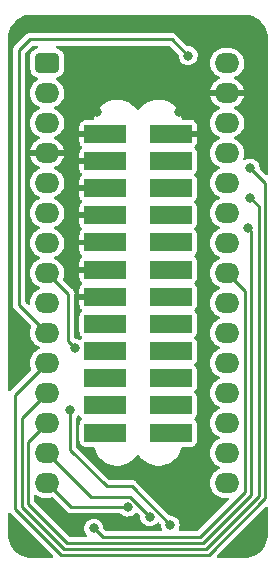
<source format=gbl>
G04 #@! TF.GenerationSoftware,KiCad,Pcbnew,6.0.1-79c1e3a40b~116~ubuntu20.04.1*
G04 #@! TF.CreationDate,2022-01-18T16:29:50+01:00*
G04 #@! TF.ProjectId,Arduino_GPIB_Adapter,41726475-696e-46f5-9f47-5049425f4164,rev?*
G04 #@! TF.SameCoordinates,Original*
G04 #@! TF.FileFunction,Copper,L2,Bot*
G04 #@! TF.FilePolarity,Positive*
%FSLAX46Y46*%
G04 Gerber Fmt 4.6, Leading zero omitted, Abs format (unit mm)*
G04 Created by KiCad (PCBNEW 6.0.1-79c1e3a40b~116~ubuntu20.04.1) date 2022-01-18 16:29:50*
%MOMM*%
%LPD*%
G01*
G04 APERTURE LIST*
G04 Aperture macros list*
%AMRoundRect*
0 Rectangle with rounded corners*
0 $1 Rounding radius*
0 $2 $3 $4 $5 $6 $7 $8 $9 X,Y pos of 4 corners*
0 Add a 4 corners polygon primitive as box body*
4,1,4,$2,$3,$4,$5,$6,$7,$8,$9,$2,$3,0*
0 Add four circle primitives for the rounded corners*
1,1,$1+$1,$2,$3*
1,1,$1+$1,$4,$5*
1,1,$1+$1,$6,$7*
1,1,$1+$1,$8,$9*
0 Add four rect primitives between the rounded corners*
20,1,$1+$1,$2,$3,$4,$5,0*
20,1,$1+$1,$4,$5,$6,$7,0*
20,1,$1+$1,$6,$7,$8,$9,0*
20,1,$1+$1,$8,$9,$2,$3,0*%
G04 Aperture macros list end*
G04 #@! TA.AperFunction,ComponentPad*
%ADD10RoundRect,0.425000X-0.625000X-0.425000X0.625000X-0.425000X0.625000X0.425000X-0.625000X0.425000X0*%
G04 #@! TD*
G04 #@! TA.AperFunction,ComponentPad*
%ADD11O,2.100000X1.700000*%
G04 #@! TD*
G04 #@! TA.AperFunction,ComponentPad*
%ADD12RoundRect,0.200000X-1.600000X0.600000X-1.600000X-0.600000X1.600000X-0.600000X1.600000X0.600000X0*%
G04 #@! TD*
G04 #@! TA.AperFunction,ViaPad*
%ADD13C,0.800000*%
G04 #@! TD*
G04 #@! TA.AperFunction,Conductor*
%ADD14C,0.250000*%
G04 #@! TD*
G04 APERTURE END LIST*
D10*
X135200000Y-82660000D03*
D11*
X135200000Y-85200000D03*
X135200000Y-87740000D03*
X135200000Y-90280000D03*
X135200000Y-92820000D03*
X135200000Y-95360000D03*
X135200000Y-97900000D03*
X135200000Y-100440000D03*
X135200000Y-102980000D03*
X135200000Y-105520000D03*
X135200000Y-108060000D03*
X135200000Y-110600000D03*
X135200000Y-113140000D03*
X135200000Y-115680000D03*
X135200000Y-118220000D03*
X150440000Y-118220000D03*
X150440000Y-115680000D03*
X150440000Y-113140000D03*
X150440000Y-110600000D03*
X150440000Y-108060000D03*
X150440000Y-105520000D03*
X150440000Y-102980000D03*
X150440000Y-100440000D03*
X150440000Y-97900000D03*
X150440000Y-95360000D03*
X150440000Y-92820000D03*
X150440000Y-90280000D03*
X150440000Y-87740000D03*
X150440000Y-85200000D03*
X150440000Y-82660000D03*
D12*
X145714999Y-113964999D03*
X145714999Y-111664999D03*
X145714999Y-109364999D03*
X145714999Y-107064999D03*
X145714999Y-104764999D03*
X145714999Y-102464999D03*
X145714999Y-100164999D03*
X145714999Y-97864999D03*
X145714999Y-95564999D03*
X145714999Y-93264999D03*
X145714999Y-90964999D03*
X145714999Y-88664999D03*
X140134999Y-113964999D03*
X140134999Y-111665899D03*
X140134999Y-109366809D03*
X140134999Y-107067719D03*
X140134999Y-104768629D03*
X140134999Y-102469539D03*
X140134999Y-100170449D03*
X140134999Y-97871359D03*
X140134999Y-95572269D03*
X140134999Y-93273179D03*
X140134999Y-90974089D03*
X140134999Y-88674999D03*
D13*
X133324999Y-79854999D03*
X147394999Y-86824999D03*
X136944999Y-121364999D03*
X146394999Y-86824999D03*
X152234999Y-123124999D03*
X146894999Y-85824999D03*
X138894999Y-85824999D03*
X152104999Y-80294999D03*
X139394999Y-86824999D03*
X133324999Y-122874999D03*
X138394999Y-86824999D03*
X139144999Y-122074999D03*
X137569999Y-106824999D03*
X137144999Y-112074999D03*
X145624999Y-121804999D03*
X147149999Y-82059999D03*
X152394999Y-91574999D03*
X152394999Y-94074999D03*
X152214999Y-96644999D03*
X143894999Y-121074999D03*
X142014999Y-120274999D03*
D14*
X151944999Y-119024999D02*
X151944999Y-101944999D01*
X151944999Y-101944999D02*
X150440000Y-100440000D01*
X139144999Y-122074999D02*
X139894999Y-122824999D01*
X148144999Y-122824999D02*
X151944999Y-119024999D01*
X139894999Y-122824999D02*
X148144999Y-122824999D01*
X136994999Y-102234999D02*
X135200000Y-100440000D01*
X137569999Y-106824999D02*
X136994999Y-106249999D01*
X136994999Y-106249999D02*
X136994999Y-102234999D01*
X142364999Y-118514999D02*
X140234999Y-118514999D01*
X145614999Y-121764999D02*
X142364999Y-118514999D01*
X137144999Y-115424999D02*
X137144999Y-112074999D01*
X140234999Y-118514999D02*
X137144999Y-115424999D01*
X133744999Y-80674999D02*
X132844999Y-81574999D01*
X132844999Y-81574999D02*
X132844999Y-103164999D01*
X147149999Y-82059999D02*
X145764999Y-80674999D01*
X132844999Y-103164999D02*
X135200000Y-105520000D01*
X145764999Y-80674999D02*
X133744999Y-80674999D01*
X152394999Y-91574999D02*
X153674999Y-92854999D01*
X153674999Y-119544999D02*
X148894999Y-124324999D01*
X148894999Y-124324999D02*
X136394999Y-124324999D01*
X132514999Y-110745001D02*
X135200000Y-108060000D01*
X132514999Y-120444999D02*
X132514999Y-110745001D01*
X136394999Y-124324999D02*
X132514999Y-120444999D01*
X153674999Y-92854999D02*
X153674999Y-119544999D01*
X136644999Y-123824999D02*
X133074999Y-120254999D01*
X152394999Y-94074999D02*
X152408494Y-94074999D01*
X148644999Y-123824999D02*
X136644999Y-123824999D01*
X153034999Y-119434999D02*
X148644999Y-123824999D01*
X152408494Y-94074999D02*
X153104999Y-94771504D01*
X133074999Y-112725001D02*
X135200000Y-110600000D01*
X153104999Y-119358494D02*
X153038494Y-119424999D01*
X153104999Y-94771504D02*
X153104999Y-119358494D01*
X133074999Y-120254999D02*
X133074999Y-112725001D01*
X152484999Y-119221991D02*
X152484999Y-96928007D01*
X136894999Y-123324999D02*
X148394999Y-123324999D01*
X148394999Y-123324999D02*
X148394999Y-123311991D01*
X148394999Y-123311991D02*
X152484999Y-119221991D01*
X135200000Y-113140000D02*
X133564999Y-114775001D01*
X133564999Y-119994999D02*
X136894999Y-123324999D01*
X152414999Y-96844999D02*
X152214999Y-96644999D01*
X152484999Y-96928007D02*
X152401991Y-96844999D01*
X133564999Y-114775001D02*
X133564999Y-119994999D01*
X138904999Y-119384999D02*
X135200000Y-115680000D01*
X143894999Y-121074999D02*
X142204999Y-119384999D01*
X142204999Y-119384999D02*
X138904999Y-119384999D01*
X142014999Y-120274999D02*
X137254999Y-120274999D01*
X137254999Y-120274999D02*
X135200000Y-118220000D01*
G04 #@! TA.AperFunction,Conductor*
G36*
X153814333Y-120251348D02*
G01*
X153870266Y-120293220D01*
X153894683Y-120358684D01*
X153894999Y-120367530D01*
X153894999Y-122511771D01*
X153894226Y-122525593D01*
X153892863Y-122537749D01*
X153890258Y-122560969D01*
X153892353Y-122585922D01*
X153892661Y-122589588D01*
X153892831Y-122608073D01*
X153878420Y-122827948D01*
X153876302Y-122844029D01*
X153828437Y-123084664D01*
X153824239Y-123100332D01*
X153745370Y-123332670D01*
X153739163Y-123347655D01*
X153630645Y-123567709D01*
X153622535Y-123581756D01*
X153486220Y-123785764D01*
X153476346Y-123798632D01*
X153395459Y-123890867D01*
X153314566Y-123983107D01*
X153303107Y-123994566D01*
X153210867Y-124075458D01*
X153118632Y-124156346D01*
X153105764Y-124166220D01*
X152901756Y-124302535D01*
X152887709Y-124310645D01*
X152667655Y-124419163D01*
X152652670Y-124425370D01*
X152420332Y-124504239D01*
X152404664Y-124508437D01*
X152164029Y-124556302D01*
X152147948Y-124558420D01*
X151941517Y-124571950D01*
X151919585Y-124571442D01*
X151915059Y-124570934D01*
X151915055Y-124570934D01*
X151909029Y-124570258D01*
X151861777Y-124574226D01*
X151857749Y-124574564D01*
X151847373Y-124574999D01*
X149687530Y-124574999D01*
X149620491Y-124555314D01*
X149574736Y-124502510D01*
X149564792Y-124433352D01*
X149593817Y-124369796D01*
X149599849Y-124363318D01*
X153683318Y-120279849D01*
X153744641Y-120246364D01*
X153814333Y-120251348D01*
G37*
G04 #@! TD.AperFunction*
G04 #@! TA.AperFunction,Conductor*
G36*
X132100202Y-120773817D02*
G01*
X132106680Y-120779849D01*
X132119120Y-120792289D01*
X132127805Y-120801935D01*
X132151887Y-120831674D01*
X132158775Y-120836569D01*
X132158777Y-120836571D01*
X132166275Y-120841899D01*
X132182125Y-120855294D01*
X135690149Y-124363318D01*
X135723634Y-124424641D01*
X135718650Y-124494333D01*
X135676778Y-124550266D01*
X135611314Y-124574683D01*
X135602468Y-124574999D01*
X133958227Y-124574999D01*
X133944405Y-124574226D01*
X133915059Y-124570934D01*
X133915055Y-124570934D01*
X133909029Y-124570258D01*
X133883782Y-124572378D01*
X133880410Y-124572661D01*
X133861925Y-124572831D01*
X133642050Y-124558420D01*
X133625969Y-124556302D01*
X133385334Y-124508437D01*
X133369666Y-124504239D01*
X133137328Y-124425370D01*
X133122343Y-124419163D01*
X132902289Y-124310645D01*
X132888242Y-124302535D01*
X132684234Y-124166220D01*
X132671366Y-124156346D01*
X132579131Y-124075458D01*
X132486891Y-123994566D01*
X132475432Y-123983107D01*
X132394540Y-123890867D01*
X132313652Y-123798632D01*
X132303778Y-123785764D01*
X132167463Y-123581756D01*
X132159353Y-123567709D01*
X132050835Y-123347655D01*
X132044628Y-123332670D01*
X131965759Y-123100332D01*
X131961561Y-123084664D01*
X131913696Y-122844029D01*
X131911578Y-122827948D01*
X131898048Y-122621517D01*
X131898556Y-122599585D01*
X131899064Y-122595059D01*
X131899064Y-122595055D01*
X131899740Y-122589029D01*
X131895434Y-122537749D01*
X131894999Y-122527373D01*
X131894999Y-120867530D01*
X131914684Y-120800491D01*
X131967488Y-120754736D01*
X132036646Y-120744792D01*
X132100202Y-120773817D01*
G37*
G04 #@! TD.AperFunction*
G04 #@! TA.AperFunction,Conductor*
G36*
X134280391Y-119244863D02*
G01*
X134339856Y-119282166D01*
X134425315Y-119335775D01*
X134425320Y-119335778D01*
X134429990Y-119338707D01*
X134435107Y-119340764D01*
X134435111Y-119340766D01*
X134631983Y-119419907D01*
X134637105Y-119421966D01*
X134855690Y-119467233D01*
X134912349Y-119470500D01*
X135456630Y-119470500D01*
X135459373Y-119470255D01*
X135459377Y-119470255D01*
X135534313Y-119463567D01*
X135622339Y-119455711D01*
X135622417Y-119456580D01*
X135687086Y-119463567D01*
X135727253Y-119490422D01*
X136873241Y-120636411D01*
X136876836Y-120640160D01*
X136911162Y-120677490D01*
X136911164Y-120677492D01*
X136916883Y-120683711D01*
X136952034Y-120705506D01*
X136961659Y-120712121D01*
X136975252Y-120722438D01*
X136994603Y-120737126D01*
X137002461Y-120740237D01*
X137002466Y-120740240D01*
X137007642Y-120742289D01*
X137027330Y-120752191D01*
X137039249Y-120759581D01*
X137047365Y-120761939D01*
X137078971Y-120771122D01*
X137090018Y-120774904D01*
X137128471Y-120790128D01*
X137136879Y-120791012D01*
X137136884Y-120791013D01*
X137142418Y-120791595D01*
X137164045Y-120795838D01*
X137170073Y-120797589D01*
X137177511Y-120799750D01*
X137184710Y-120800279D01*
X137185436Y-120800332D01*
X137185438Y-120800332D01*
X137187711Y-120800499D01*
X137220641Y-120800499D01*
X137233603Y-120801178D01*
X137271660Y-120805178D01*
X137279996Y-120803768D01*
X137280000Y-120803768D01*
X137289060Y-120802236D01*
X137309739Y-120800499D01*
X141356945Y-120800499D01*
X141423984Y-120820184D01*
X141446143Y-120838361D01*
X141501513Y-120895698D01*
X141507307Y-120899489D01*
X141507310Y-120899492D01*
X141603212Y-120962248D01*
X141651788Y-120994035D01*
X141820115Y-121056635D01*
X141998129Y-121080387D01*
X142005030Y-121079759D01*
X142005032Y-121079759D01*
X142150552Y-121066516D01*
X142176980Y-121064111D01*
X142347781Y-121008614D01*
X142502043Y-120916656D01*
X142529285Y-120890714D01*
X142627076Y-120797589D01*
X142627079Y-120797586D01*
X142632098Y-120792806D01*
X142643082Y-120776274D01*
X142696572Y-120731330D01*
X142765873Y-120722438D01*
X142834044Y-120757213D01*
X143053940Y-120977109D01*
X143087425Y-121038432D01*
X143089767Y-121061740D01*
X143089513Y-121063752D01*
X143090189Y-121070647D01*
X143090189Y-121070651D01*
X143100272Y-121173479D01*
X143107038Y-121242485D01*
X143163725Y-121412895D01*
X143167318Y-121418828D01*
X143167319Y-121418830D01*
X143253167Y-121560582D01*
X143256758Y-121566511D01*
X143381513Y-121695698D01*
X143387307Y-121699489D01*
X143387310Y-121699492D01*
X143449432Y-121740143D01*
X143531788Y-121794035D01*
X143538283Y-121796450D01*
X143538284Y-121796451D01*
X143576752Y-121810757D01*
X143700115Y-121856635D01*
X143878129Y-121880387D01*
X143885030Y-121879759D01*
X143885032Y-121879759D01*
X143992743Y-121869957D01*
X144056980Y-121864111D01*
X144227781Y-121808614D01*
X144382043Y-121716656D01*
X144512098Y-121592806D01*
X144512296Y-121592508D01*
X144568297Y-121555246D01*
X144638158Y-121554134D01*
X144692802Y-121585971D01*
X144785651Y-121678820D01*
X144819136Y-121740143D01*
X144820992Y-121782040D01*
X144820382Y-121786867D01*
X144820382Y-121786874D01*
X144819513Y-121793752D01*
X144837038Y-121972485D01*
X144891551Y-122136359D01*
X144894033Y-122206184D01*
X144858371Y-122266268D01*
X144795887Y-122297532D01*
X144773890Y-122299499D01*
X140164030Y-122299499D01*
X140096991Y-122279814D01*
X140076349Y-122263180D01*
X139986743Y-122173574D01*
X139953258Y-122112251D01*
X139950436Y-122084161D01*
X139950510Y-122078897D01*
X139950510Y-122078890D01*
X139950564Y-122074999D01*
X139930545Y-121896527D01*
X139871484Y-121726926D01*
X139776315Y-121574624D01*
X139649769Y-121447192D01*
X139498135Y-121350962D01*
X139478218Y-121343870D01*
X139335478Y-121293042D01*
X139335474Y-121293041D01*
X139328950Y-121290718D01*
X139150623Y-121269454D01*
X139143734Y-121270178D01*
X139143731Y-121270178D01*
X138978912Y-121287501D01*
X138978910Y-121287501D01*
X138972016Y-121288226D01*
X138965455Y-121290460D01*
X138965453Y-121290460D01*
X138878717Y-121319988D01*
X138802006Y-121346102D01*
X138796104Y-121349733D01*
X138683789Y-121418830D01*
X138649044Y-121440205D01*
X138520731Y-121565858D01*
X138466871Y-121649433D01*
X138434610Y-121699492D01*
X138423445Y-121716816D01*
X138421075Y-121723328D01*
X138370614Y-121861969D01*
X138362021Y-121885577D01*
X138361152Y-121892458D01*
X138346893Y-122005335D01*
X138339513Y-122063752D01*
X138357038Y-122242485D01*
X138413725Y-122412895D01*
X138417318Y-122418828D01*
X138417319Y-122418830D01*
X138503167Y-122560582D01*
X138506758Y-122566511D01*
X138511572Y-122571496D01*
X138528824Y-122589361D01*
X138561234Y-122651260D01*
X138555034Y-122720854D01*
X138512193Y-122776048D01*
X138439626Y-122799499D01*
X137164030Y-122799499D01*
X137096991Y-122779814D01*
X137076349Y-122763180D01*
X134126818Y-119813649D01*
X134093333Y-119752326D01*
X134090499Y-119725968D01*
X134090499Y-119349907D01*
X134110184Y-119282868D01*
X134162988Y-119237113D01*
X134232146Y-119227169D01*
X134280391Y-119244863D01*
G37*
G04 #@! TD.AperFunction*
G04 #@! TA.AperFunction,Conductor*
G36*
X151845593Y-78575772D02*
G01*
X151874939Y-78579064D01*
X151874943Y-78579064D01*
X151880969Y-78579740D01*
X151906216Y-78577620D01*
X151909588Y-78577337D01*
X151928073Y-78577167D01*
X152147948Y-78591578D01*
X152164029Y-78593696D01*
X152404664Y-78641561D01*
X152420332Y-78645759D01*
X152652670Y-78724628D01*
X152667655Y-78730835D01*
X152887709Y-78839353D01*
X152901756Y-78847463D01*
X153105764Y-78983778D01*
X153118632Y-78993652D01*
X153210867Y-79074539D01*
X153303107Y-79155432D01*
X153314566Y-79166891D01*
X153395459Y-79259131D01*
X153476346Y-79351366D01*
X153486220Y-79364234D01*
X153622535Y-79568242D01*
X153630645Y-79582289D01*
X153739163Y-79802343D01*
X153745370Y-79817328D01*
X153824239Y-80049666D01*
X153828437Y-80065334D01*
X153876302Y-80305969D01*
X153878420Y-80322050D01*
X153891950Y-80528481D01*
X153891442Y-80550413D01*
X153890258Y-80560969D01*
X153890766Y-80567015D01*
X153894564Y-80612249D01*
X153894999Y-80622625D01*
X153894999Y-92032468D01*
X153875314Y-92099507D01*
X153822510Y-92145262D01*
X153753352Y-92155206D01*
X153689796Y-92126181D01*
X153683318Y-92120149D01*
X153236743Y-91673574D01*
X153203258Y-91612251D01*
X153200436Y-91584161D01*
X153200510Y-91578897D01*
X153200510Y-91578890D01*
X153200564Y-91574999D01*
X153180545Y-91396527D01*
X153121484Y-91226926D01*
X153026315Y-91074624D01*
X152899769Y-90947192D01*
X152748135Y-90850962D01*
X152689857Y-90830210D01*
X152585478Y-90793042D01*
X152585474Y-90793041D01*
X152578950Y-90790718D01*
X152400623Y-90769454D01*
X152393734Y-90770178D01*
X152393731Y-90770178D01*
X152228912Y-90787501D01*
X152228910Y-90787501D01*
X152222016Y-90788226D01*
X152215455Y-90790460D01*
X152215453Y-90790460D01*
X152197482Y-90796578D01*
X152052006Y-90846102D01*
X152046104Y-90849733D01*
X151986271Y-90886542D01*
X151918857Y-90904904D01*
X151852218Y-90883904D01*
X151807511Y-90830210D01*
X151798930Y-90760869D01*
X151807753Y-90731092D01*
X151829974Y-90680471D01*
X151882085Y-90463415D01*
X151894934Y-90240562D01*
X151881525Y-90129759D01*
X151868781Y-90024440D01*
X151868780Y-90024436D01*
X151868117Y-90018956D01*
X151826924Y-89885055D01*
X151804106Y-89810881D01*
X151804104Y-89810877D01*
X151802481Y-89805600D01*
X151792823Y-89786887D01*
X151702633Y-89612150D01*
X151702632Y-89612148D01*
X151700099Y-89607241D01*
X151635722Y-89523343D01*
X151567570Y-89434524D01*
X151567566Y-89434520D01*
X151564210Y-89430146D01*
X151399107Y-89279914D01*
X151210010Y-89161293D01*
X151122131Y-89125966D01*
X151067272Y-89082698D01*
X151044514Y-89016639D01*
X151061083Y-88948762D01*
X151114999Y-88898994D01*
X151274148Y-88823084D01*
X151274150Y-88823083D01*
X151279129Y-88820708D01*
X151306557Y-88800999D01*
X151455920Y-88693671D01*
X151455921Y-88693670D01*
X151460405Y-88690448D01*
X151615749Y-88530146D01*
X151618829Y-88525563D01*
X151737173Y-88349448D01*
X151737176Y-88349443D01*
X151740250Y-88344868D01*
X151829974Y-88140471D01*
X151882085Y-87923415D01*
X151894934Y-87700562D01*
X151881526Y-87589759D01*
X151868781Y-87484440D01*
X151868780Y-87484436D01*
X151868117Y-87478956D01*
X151836514Y-87376228D01*
X151804106Y-87270881D01*
X151804104Y-87270877D01*
X151802481Y-87265600D01*
X151788393Y-87238304D01*
X151702633Y-87072150D01*
X151702632Y-87072148D01*
X151700099Y-87067241D01*
X151613542Y-86954437D01*
X151567570Y-86894524D01*
X151567566Y-86894520D01*
X151564210Y-86890146D01*
X151399107Y-86739914D01*
X151210010Y-86621293D01*
X151204891Y-86619235D01*
X151204889Y-86619234D01*
X151121502Y-86585713D01*
X151066642Y-86542444D01*
X151043884Y-86476384D01*
X151060454Y-86408508D01*
X151114369Y-86358740D01*
X151273895Y-86282650D01*
X151283357Y-86277054D01*
X151455592Y-86153291D01*
X151463919Y-86146103D01*
X151611516Y-85993795D01*
X151618439Y-85985247D01*
X151736733Y-85809206D01*
X151742028Y-85799573D01*
X151827281Y-85605365D01*
X151830787Y-85594945D01*
X151861423Y-85467336D01*
X151860730Y-85453475D01*
X151851989Y-85450000D01*
X149028880Y-85450000D01*
X149015119Y-85454041D01*
X149013553Y-85464124D01*
X149014000Y-85466226D01*
X149076359Y-85668929D01*
X149080518Y-85679120D01*
X149177791Y-85867581D01*
X149183688Y-85876872D01*
X149312796Y-86045131D01*
X149320246Y-86053233D01*
X149477114Y-86195971D01*
X149485873Y-86202620D01*
X149665543Y-86315328D01*
X149675339Y-86320319D01*
X149758480Y-86353741D01*
X149813340Y-86397010D01*
X149836098Y-86463070D01*
X149819529Y-86530946D01*
X149765613Y-86580714D01*
X149680538Y-86621293D01*
X149600871Y-86659292D01*
X149596388Y-86662514D01*
X149596387Y-86662514D01*
X149483497Y-86743634D01*
X149419595Y-86789552D01*
X149264251Y-86949854D01*
X149261173Y-86954434D01*
X149261171Y-86954437D01*
X149142827Y-87130552D01*
X149142824Y-87130557D01*
X149139750Y-87135132D01*
X149050026Y-87339529D01*
X148997915Y-87556585D01*
X148985066Y-87779438D01*
X148992184Y-87838258D01*
X149001822Y-87917900D01*
X149011883Y-88001044D01*
X149013508Y-88006326D01*
X149056331Y-88145525D01*
X149077519Y-88214400D01*
X149179901Y-88412759D01*
X149204398Y-88444684D01*
X149312430Y-88585476D01*
X149312434Y-88585480D01*
X149315790Y-88589854D01*
X149480893Y-88740086D01*
X149669990Y-88858707D01*
X149757869Y-88894034D01*
X149812728Y-88937302D01*
X149835486Y-89003361D01*
X149818917Y-89071238D01*
X149765001Y-89121006D01*
X149680538Y-89161293D01*
X149600871Y-89199292D01*
X149596388Y-89202514D01*
X149596387Y-89202514D01*
X149460347Y-89300269D01*
X149419595Y-89329552D01*
X149264251Y-89489854D01*
X149261173Y-89494434D01*
X149261171Y-89494437D01*
X149142827Y-89670552D01*
X149142824Y-89670557D01*
X149139750Y-89675132D01*
X149050026Y-89879529D01*
X148997915Y-90096585D01*
X148985066Y-90319438D01*
X148998474Y-90430241D01*
X149011036Y-90534041D01*
X149011883Y-90541044D01*
X149013508Y-90546326D01*
X149053125Y-90675104D01*
X149077519Y-90754400D01*
X149080052Y-90759307D01*
X149080053Y-90759310D01*
X149177228Y-90947581D01*
X149179901Y-90952759D01*
X149244278Y-91036657D01*
X149312430Y-91125476D01*
X149312434Y-91125480D01*
X149315790Y-91129854D01*
X149480893Y-91280086D01*
X149669990Y-91398707D01*
X149757869Y-91434034D01*
X149812728Y-91477302D01*
X149835486Y-91543361D01*
X149818917Y-91611238D01*
X149765001Y-91661006D01*
X149621883Y-91729270D01*
X149600871Y-91739292D01*
X149596388Y-91742514D01*
X149596387Y-91742514D01*
X149480590Y-91825723D01*
X149419595Y-91869552D01*
X149264251Y-92029854D01*
X149261173Y-92034434D01*
X149261171Y-92034437D01*
X149142827Y-92210552D01*
X149142824Y-92210557D01*
X149139750Y-92215132D01*
X149050026Y-92419529D01*
X148997915Y-92636585D01*
X148985066Y-92859438D01*
X148985730Y-92864922D01*
X149010870Y-93072669D01*
X149011883Y-93081044D01*
X149013508Y-93086326D01*
X149075620Y-93288226D01*
X149077519Y-93294400D01*
X149080052Y-93299307D01*
X149080053Y-93299310D01*
X149166202Y-93466218D01*
X149179901Y-93492759D01*
X149213473Y-93536511D01*
X149312430Y-93665476D01*
X149312434Y-93665480D01*
X149315790Y-93669854D01*
X149480893Y-93820086D01*
X149669990Y-93938707D01*
X149757869Y-93974034D01*
X149812728Y-94017302D01*
X149835486Y-94083361D01*
X149818917Y-94151238D01*
X149765001Y-94201006D01*
X149678039Y-94242485D01*
X149600871Y-94279292D01*
X149596388Y-94282514D01*
X149596387Y-94282514D01*
X149437904Y-94396396D01*
X149419595Y-94409552D01*
X149264251Y-94569854D01*
X149261173Y-94574434D01*
X149261171Y-94574437D01*
X149142827Y-94750552D01*
X149142824Y-94750557D01*
X149139750Y-94755132D01*
X149050026Y-94959529D01*
X148997915Y-95176585D01*
X148997597Y-95182100D01*
X148989679Y-95319438D01*
X148985066Y-95399438D01*
X148985730Y-95404922D01*
X149001822Y-95537900D01*
X149011883Y-95621044D01*
X149013508Y-95626326D01*
X149071941Y-95816267D01*
X149077519Y-95834400D01*
X149080052Y-95839307D01*
X149080053Y-95839310D01*
X149125920Y-95928174D01*
X149179901Y-96032759D01*
X149244278Y-96116657D01*
X149312430Y-96205476D01*
X149312434Y-96205480D01*
X149315790Y-96209854D01*
X149480893Y-96360086D01*
X149669990Y-96478707D01*
X149757869Y-96514034D01*
X149812728Y-96557302D01*
X149835486Y-96623361D01*
X149818917Y-96691238D01*
X149765001Y-96741006D01*
X149619235Y-96810533D01*
X149600871Y-96819292D01*
X149596388Y-96822514D01*
X149596387Y-96822514D01*
X149483497Y-96903634D01*
X149419595Y-96949552D01*
X149264251Y-97109854D01*
X149261173Y-97114434D01*
X149261171Y-97114437D01*
X149142827Y-97290552D01*
X149142824Y-97290557D01*
X149139750Y-97295132D01*
X149050026Y-97499529D01*
X148997915Y-97716585D01*
X148985066Y-97939438D01*
X148985730Y-97944922D01*
X149007614Y-98125763D01*
X149011883Y-98161044D01*
X149013508Y-98166326D01*
X149056331Y-98305525D01*
X149077519Y-98374400D01*
X149080052Y-98379307D01*
X149080053Y-98379310D01*
X149150753Y-98516287D01*
X149179901Y-98572759D01*
X149223263Y-98629270D01*
X149312430Y-98745476D01*
X149312434Y-98745480D01*
X149315790Y-98749854D01*
X149480893Y-98900086D01*
X149669990Y-99018707D01*
X149757869Y-99054034D01*
X149812728Y-99097302D01*
X149835486Y-99163361D01*
X149818917Y-99231238D01*
X149765001Y-99281006D01*
X149680538Y-99321293D01*
X149600871Y-99359292D01*
X149596388Y-99362514D01*
X149596387Y-99362514D01*
X149483497Y-99443634D01*
X149419595Y-99489552D01*
X149264251Y-99649854D01*
X149261173Y-99654434D01*
X149261171Y-99654437D01*
X149142827Y-99830552D01*
X149142824Y-99830557D01*
X149139750Y-99835132D01*
X149050026Y-100039529D01*
X148997915Y-100256585D01*
X148985066Y-100479438D01*
X148985730Y-100484922D01*
X149001822Y-100617900D01*
X149011883Y-100701044D01*
X149013508Y-100706326D01*
X149046569Y-100813793D01*
X149077519Y-100914400D01*
X149080052Y-100919307D01*
X149080053Y-100919310D01*
X149152841Y-101060332D01*
X149179901Y-101112759D01*
X149236740Y-101186834D01*
X149312430Y-101285476D01*
X149312434Y-101285480D01*
X149315790Y-101289854D01*
X149480893Y-101440086D01*
X149669990Y-101558707D01*
X149757869Y-101594034D01*
X149812728Y-101637302D01*
X149835486Y-101703361D01*
X149818917Y-101771238D01*
X149765001Y-101821006D01*
X149634787Y-101883115D01*
X149600871Y-101899292D01*
X149419595Y-102029552D01*
X149264251Y-102189854D01*
X149261173Y-102194434D01*
X149261171Y-102194437D01*
X149142827Y-102370552D01*
X149142824Y-102370557D01*
X149139750Y-102375132D01*
X149050026Y-102579529D01*
X148997915Y-102796585D01*
X148997597Y-102802100D01*
X148989224Y-102947330D01*
X148985066Y-103019438D01*
X148985730Y-103024922D01*
X149009550Y-103221761D01*
X149011883Y-103241044D01*
X149013508Y-103246326D01*
X149075045Y-103446357D01*
X149077519Y-103454400D01*
X149080052Y-103459307D01*
X149080053Y-103459310D01*
X149177367Y-103647850D01*
X149179901Y-103652759D01*
X149221896Y-103707488D01*
X149312430Y-103825476D01*
X149312434Y-103825480D01*
X149315790Y-103829854D01*
X149480893Y-103980086D01*
X149669990Y-104098707D01*
X149757869Y-104134034D01*
X149812728Y-104177302D01*
X149835486Y-104243361D01*
X149818917Y-104311238D01*
X149765001Y-104361006D01*
X149617669Y-104431280D01*
X149600871Y-104439292D01*
X149596388Y-104442514D01*
X149596387Y-104442514D01*
X149462852Y-104538469D01*
X149419595Y-104569552D01*
X149264251Y-104729854D01*
X149261173Y-104734434D01*
X149261171Y-104734437D01*
X149142827Y-104910552D01*
X149142824Y-104910557D01*
X149139750Y-104915132D01*
X149050026Y-105119529D01*
X148997915Y-105336585D01*
X148997597Y-105342100D01*
X148993776Y-105408380D01*
X148985066Y-105559438D01*
X149011883Y-105781044D01*
X149013508Y-105786326D01*
X149060963Y-105940582D01*
X149077519Y-105994400D01*
X149080052Y-105999307D01*
X149080053Y-105999310D01*
X149177367Y-106187850D01*
X149179901Y-106192759D01*
X149214763Y-106238192D01*
X149312430Y-106365476D01*
X149312434Y-106365480D01*
X149315790Y-106369854D01*
X149480893Y-106520086D01*
X149669990Y-106638707D01*
X149757869Y-106674034D01*
X149812728Y-106717302D01*
X149835486Y-106783361D01*
X149818917Y-106851238D01*
X149765001Y-106901006D01*
X149617669Y-106971280D01*
X149600871Y-106979292D01*
X149596388Y-106982514D01*
X149596387Y-106982514D01*
X149462852Y-107078469D01*
X149419595Y-107109552D01*
X149264251Y-107269854D01*
X149261173Y-107274434D01*
X149261171Y-107274437D01*
X149142827Y-107450552D01*
X149142824Y-107450557D01*
X149139750Y-107455132D01*
X149050026Y-107659529D01*
X148997915Y-107876585D01*
X148997597Y-107882100D01*
X148992654Y-107967840D01*
X148985066Y-108099438D01*
X148994248Y-108175316D01*
X149001822Y-108237900D01*
X149011883Y-108321044D01*
X149013508Y-108326326D01*
X149056331Y-108465525D01*
X149077519Y-108534400D01*
X149080052Y-108539307D01*
X149080053Y-108539310D01*
X149142251Y-108659815D01*
X149179901Y-108732759D01*
X149244278Y-108816657D01*
X149312430Y-108905476D01*
X149312434Y-108905480D01*
X149315790Y-108909854D01*
X149480893Y-109060086D01*
X149669990Y-109178707D01*
X149757869Y-109214034D01*
X149812728Y-109257302D01*
X149835486Y-109323361D01*
X149818917Y-109391238D01*
X149765001Y-109441006D01*
X149617669Y-109511280D01*
X149600871Y-109519292D01*
X149596388Y-109522514D01*
X149596387Y-109522514D01*
X149462852Y-109618469D01*
X149419595Y-109649552D01*
X149264251Y-109809854D01*
X149261173Y-109814434D01*
X149261171Y-109814437D01*
X149142827Y-109990552D01*
X149142824Y-109990557D01*
X149139750Y-109995132D01*
X149050026Y-110199529D01*
X148997915Y-110416585D01*
X148997597Y-110422100D01*
X148986491Y-110614730D01*
X148985066Y-110639438D01*
X148989698Y-110677713D01*
X149001822Y-110777900D01*
X149011883Y-110861044D01*
X149013508Y-110866326D01*
X149064042Y-111030591D01*
X149077519Y-111074400D01*
X149080052Y-111079307D01*
X149080053Y-111079310D01*
X149142251Y-111199815D01*
X149179901Y-111272759D01*
X149218646Y-111323253D01*
X149312430Y-111445476D01*
X149312434Y-111445480D01*
X149315790Y-111449854D01*
X149480893Y-111600086D01*
X149669990Y-111718707D01*
X149757869Y-111754034D01*
X149812728Y-111797302D01*
X149835486Y-111863361D01*
X149818917Y-111931238D01*
X149765001Y-111981006D01*
X149617669Y-112051280D01*
X149600871Y-112059292D01*
X149596388Y-112062514D01*
X149596387Y-112062514D01*
X149462852Y-112158469D01*
X149419595Y-112189552D01*
X149264251Y-112349854D01*
X149261173Y-112354434D01*
X149261171Y-112354437D01*
X149142827Y-112530552D01*
X149142824Y-112530557D01*
X149139750Y-112535132D01*
X149050026Y-112739529D01*
X148997915Y-112956585D01*
X148985066Y-113179438D01*
X149011883Y-113401044D01*
X149013508Y-113406326D01*
X149072257Y-113597294D01*
X149077519Y-113614400D01*
X149080052Y-113619307D01*
X149080053Y-113619310D01*
X149144859Y-113744868D01*
X149179901Y-113812759D01*
X149244278Y-113896657D01*
X149312430Y-113985476D01*
X149312434Y-113985480D01*
X149315790Y-113989854D01*
X149480893Y-114140086D01*
X149669990Y-114258707D01*
X149757869Y-114294034D01*
X149812728Y-114337302D01*
X149835486Y-114403361D01*
X149818917Y-114471238D01*
X149765001Y-114521006D01*
X149617669Y-114591280D01*
X149600871Y-114599292D01*
X149596388Y-114602514D01*
X149596387Y-114602514D01*
X149441653Y-114713702D01*
X149419595Y-114729552D01*
X149264251Y-114889854D01*
X149261173Y-114894434D01*
X149261171Y-114894437D01*
X149142827Y-115070552D01*
X149142824Y-115070557D01*
X149139750Y-115075132D01*
X149050026Y-115279529D01*
X148997915Y-115496585D01*
X148985066Y-115719438D01*
X149011883Y-115941044D01*
X149013508Y-115946326D01*
X149042364Y-116040124D01*
X149077519Y-116154400D01*
X149080052Y-116159307D01*
X149080053Y-116159310D01*
X149158648Y-116311583D01*
X149179901Y-116352759D01*
X149225938Y-116412756D01*
X149312430Y-116525476D01*
X149312434Y-116525480D01*
X149315790Y-116529854D01*
X149480893Y-116680086D01*
X149669990Y-116798707D01*
X149757869Y-116834034D01*
X149812728Y-116877302D01*
X149835486Y-116943361D01*
X149818917Y-117011238D01*
X149765001Y-117061006D01*
X149617669Y-117131280D01*
X149600871Y-117139292D01*
X149596388Y-117142514D01*
X149596387Y-117142514D01*
X149462852Y-117238469D01*
X149419595Y-117269552D01*
X149264251Y-117429854D01*
X149261173Y-117434434D01*
X149261171Y-117434437D01*
X149142827Y-117610552D01*
X149142824Y-117610557D01*
X149139750Y-117615132D01*
X149050026Y-117819529D01*
X148997915Y-118036585D01*
X148997597Y-118042100D01*
X148997509Y-118043635D01*
X148985066Y-118259438D01*
X148985730Y-118264922D01*
X149001822Y-118397900D01*
X149011883Y-118481044D01*
X149013508Y-118486326D01*
X149063189Y-118647818D01*
X149077519Y-118694400D01*
X149080052Y-118699307D01*
X149080053Y-118699310D01*
X149158648Y-118851583D01*
X149179901Y-118892759D01*
X149244278Y-118976657D01*
X149312430Y-119065476D01*
X149312434Y-119065480D01*
X149315790Y-119069854D01*
X149480893Y-119220086D01*
X149669990Y-119338707D01*
X149675107Y-119340764D01*
X149675111Y-119340766D01*
X149871983Y-119419907D01*
X149877105Y-119421966D01*
X150095690Y-119467233D01*
X150152349Y-119470500D01*
X150456967Y-119470500D01*
X150524006Y-119490185D01*
X150569761Y-119542989D01*
X150579705Y-119612147D01*
X150550680Y-119675703D01*
X150544648Y-119682181D01*
X147963649Y-122263180D01*
X147902326Y-122296665D01*
X147875968Y-122299499D01*
X146473261Y-122299499D01*
X146406222Y-122279814D01*
X146360467Y-122227010D01*
X146350523Y-122157852D01*
X146357342Y-122131470D01*
X146405256Y-122005335D01*
X146430250Y-121827492D01*
X146430564Y-121804999D01*
X146410545Y-121626527D01*
X146351484Y-121456926D01*
X146256315Y-121304624D01*
X146129769Y-121177192D01*
X145978135Y-121080962D01*
X145969745Y-121077974D01*
X145815478Y-121023042D01*
X145815474Y-121023041D01*
X145808950Y-121020718D01*
X145630623Y-120999454D01*
X145630988Y-120996396D01*
X145577122Y-120980190D01*
X145557173Y-120964004D01*
X142746769Y-118153600D01*
X142743174Y-118149851D01*
X142708838Y-118112511D01*
X142703115Y-118106287D01*
X142667967Y-118084494D01*
X142658351Y-118077887D01*
X142625395Y-118052871D01*
X142612355Y-118047708D01*
X142592669Y-118037808D01*
X142580749Y-118030417D01*
X142541025Y-118018876D01*
X142529989Y-118015098D01*
X142491527Y-117999870D01*
X142483128Y-117998987D01*
X142483119Y-117998985D01*
X142477580Y-117998403D01*
X142455953Y-117994160D01*
X142448731Y-117992062D01*
X142448730Y-117992062D01*
X142442487Y-117990248D01*
X142435288Y-117989719D01*
X142434562Y-117989666D01*
X142434560Y-117989666D01*
X142432287Y-117989499D01*
X142399356Y-117989499D01*
X142386394Y-117988820D01*
X142385449Y-117988721D01*
X142348337Y-117984820D01*
X142340001Y-117986230D01*
X142339997Y-117986230D01*
X142330937Y-117987762D01*
X142310258Y-117989499D01*
X140504030Y-117989499D01*
X140436991Y-117969814D01*
X140416349Y-117953180D01*
X137706818Y-115243649D01*
X137673333Y-115182326D01*
X137670499Y-115155968D01*
X137670499Y-112733181D01*
X137690184Y-112666142D01*
X137708986Y-112643384D01*
X137757079Y-112597586D01*
X137757081Y-112597584D01*
X137762098Y-112592806D01*
X137786933Y-112555426D01*
X137792440Y-112547138D01*
X137845935Y-112502193D01*
X137915237Y-112493304D01*
X137978343Y-112523294D01*
X138001154Y-112555426D01*
X138003289Y-112554193D01*
X138007353Y-112561232D01*
X138010463Y-112568740D01*
X138106717Y-112694181D01*
X138136553Y-112717075D01*
X138177754Y-112773500D01*
X138181909Y-112843246D01*
X138147697Y-112904167D01*
X138136565Y-112913814D01*
X138106717Y-112936717D01*
X138010463Y-113062158D01*
X137949955Y-113208237D01*
X137934499Y-113325638D01*
X137934500Y-114604359D01*
X137949955Y-114721761D01*
X138010463Y-114867840D01*
X138106717Y-114993281D01*
X138232158Y-115089535D01*
X138239666Y-115092645D01*
X138370728Y-115146933D01*
X138370730Y-115146934D01*
X138378237Y-115150043D01*
X138386296Y-115151104D01*
X138491618Y-115164970D01*
X138491622Y-115164970D01*
X138495638Y-115165499D01*
X139082540Y-115165499D01*
X139149579Y-115185184D01*
X139195334Y-115237988D01*
X139203946Y-115264271D01*
X139206935Y-115278655D01*
X139214665Y-115315853D01*
X139306290Y-115573663D01*
X139432167Y-115816595D01*
X139434608Y-115820053D01*
X139434611Y-115820058D01*
X139504394Y-115918917D01*
X139589952Y-116040124D01*
X139776703Y-116240086D01*
X139988944Y-116412756D01*
X140222719Y-116554919D01*
X140473675Y-116663924D01*
X140737136Y-116737742D01*
X141008195Y-116774999D01*
X141281803Y-116774999D01*
X141552862Y-116737742D01*
X141816323Y-116663924D01*
X142067279Y-116554919D01*
X142301054Y-116412756D01*
X142513295Y-116240086D01*
X142700046Y-116040124D01*
X142793696Y-115907453D01*
X142848437Y-115864037D01*
X142917962Y-115857108D01*
X142980197Y-115888867D01*
X142996301Y-115907452D01*
X143089952Y-116040124D01*
X143276703Y-116240086D01*
X143488944Y-116412756D01*
X143722719Y-116554919D01*
X143973675Y-116663924D01*
X144237136Y-116737742D01*
X144508195Y-116774999D01*
X144781803Y-116774999D01*
X145052862Y-116737742D01*
X145316323Y-116663924D01*
X145567279Y-116554919D01*
X145801054Y-116412756D01*
X146013295Y-116240086D01*
X146200046Y-116040124D01*
X146285604Y-115918917D01*
X146355387Y-115820058D01*
X146355390Y-115820053D01*
X146357831Y-115816595D01*
X146483708Y-115573663D01*
X146548647Y-115390942D01*
X146573914Y-115319847D01*
X146573916Y-115319841D01*
X146575333Y-115315853D01*
X146576198Y-115311694D01*
X146586052Y-115264270D01*
X146618964Y-115202637D01*
X146679972Y-115168583D01*
X146707458Y-115165498D01*
X147354359Y-115165498D01*
X147432016Y-115155275D01*
X147463703Y-115151104D01*
X147463705Y-115151104D01*
X147471761Y-115150043D01*
X147617840Y-115089535D01*
X147743281Y-114993281D01*
X147839535Y-114867840D01*
X147853335Y-114834524D01*
X147896933Y-114729270D01*
X147896934Y-114729268D01*
X147900043Y-114721761D01*
X147903109Y-114698469D01*
X147914970Y-114608380D01*
X147914970Y-114608376D01*
X147915499Y-114604360D01*
X147915498Y-113325639D01*
X147900043Y-113208237D01*
X147839535Y-113062158D01*
X147743281Y-112936717D01*
X147712861Y-112913375D01*
X147671658Y-112856947D01*
X147667503Y-112787201D01*
X147701715Y-112726281D01*
X147712861Y-112716623D01*
X147736834Y-112698228D01*
X147743281Y-112693281D01*
X147839535Y-112567840D01*
X147900043Y-112421761D01*
X147915499Y-112304360D01*
X147915498Y-111025639D01*
X147902428Y-110926351D01*
X147901104Y-110916295D01*
X147901104Y-110916293D01*
X147900043Y-110908237D01*
X147839535Y-110762158D01*
X147743281Y-110636717D01*
X147712861Y-110613375D01*
X147671658Y-110556947D01*
X147667503Y-110487201D01*
X147701715Y-110426281D01*
X147712861Y-110416623D01*
X147736834Y-110398228D01*
X147743281Y-110393281D01*
X147839535Y-110267840D01*
X147865607Y-110204896D01*
X147896933Y-110129270D01*
X147896934Y-110129268D01*
X147900043Y-110121761D01*
X147901104Y-110113702D01*
X147914970Y-110008380D01*
X147914970Y-110008376D01*
X147915499Y-110004360D01*
X147915498Y-108725639D01*
X147900043Y-108608237D01*
X147839535Y-108462158D01*
X147743281Y-108336717D01*
X147722856Y-108321044D01*
X147712861Y-108313375D01*
X147671658Y-108256947D01*
X147667503Y-108187201D01*
X147701715Y-108126281D01*
X147712861Y-108116623D01*
X147736834Y-108098228D01*
X147743281Y-108093281D01*
X147839535Y-107967840D01*
X147879558Y-107871216D01*
X147896933Y-107829270D01*
X147896934Y-107829268D01*
X147900043Y-107821761D01*
X147915499Y-107704360D01*
X147915498Y-106425639D01*
X147900043Y-106308237D01*
X147869789Y-106235197D01*
X147842645Y-106169666D01*
X147839535Y-106162158D01*
X147743281Y-106036717D01*
X147712861Y-106013375D01*
X147671658Y-105956947D01*
X147667503Y-105887201D01*
X147701715Y-105826281D01*
X147712861Y-105816623D01*
X147736834Y-105798228D01*
X147743281Y-105793281D01*
X147839535Y-105667840D01*
X147886722Y-105553921D01*
X147896933Y-105529270D01*
X147896934Y-105529268D01*
X147900043Y-105521761D01*
X147915499Y-105404360D01*
X147915498Y-104125639D01*
X147900043Y-104008237D01*
X147839535Y-103862158D01*
X147743281Y-103736717D01*
X147712861Y-103713375D01*
X147671658Y-103656947D01*
X147667503Y-103587201D01*
X147701715Y-103526281D01*
X147712861Y-103516623D01*
X147736834Y-103498228D01*
X147743281Y-103493281D01*
X147752504Y-103481262D01*
X147834588Y-103374287D01*
X147839535Y-103367840D01*
X147854933Y-103330666D01*
X147896933Y-103229270D01*
X147896934Y-103229268D01*
X147900043Y-103221761D01*
X147914377Y-103112883D01*
X147914970Y-103108380D01*
X147914970Y-103108376D01*
X147915499Y-103104360D01*
X147915498Y-101825639D01*
X147900043Y-101708237D01*
X147839535Y-101562158D01*
X147743281Y-101436717D01*
X147712861Y-101413375D01*
X147671658Y-101356947D01*
X147667503Y-101287201D01*
X147701715Y-101226281D01*
X147712861Y-101216623D01*
X147736834Y-101198228D01*
X147743281Y-101193281D01*
X147839535Y-101067840D01*
X147862806Y-101011659D01*
X147896933Y-100929270D01*
X147896934Y-100929268D01*
X147900043Y-100921761D01*
X147901707Y-100909119D01*
X147914970Y-100808380D01*
X147914970Y-100808376D01*
X147915499Y-100804360D01*
X147915498Y-99525639D01*
X147900043Y-99408237D01*
X147839535Y-99262158D01*
X147743281Y-99136717D01*
X147712861Y-99113375D01*
X147671658Y-99056947D01*
X147667503Y-98987201D01*
X147701715Y-98926281D01*
X147712861Y-98916623D01*
X147736834Y-98898228D01*
X147743281Y-98893281D01*
X147839535Y-98767840D01*
X147846985Y-98749854D01*
X147896933Y-98629270D01*
X147896934Y-98629268D01*
X147900043Y-98621761D01*
X147906494Y-98572759D01*
X147914970Y-98508380D01*
X147914970Y-98508376D01*
X147915499Y-98504360D01*
X147915498Y-97225639D01*
X147900043Y-97108237D01*
X147839535Y-96962158D01*
X147743281Y-96836717D01*
X147712861Y-96813375D01*
X147671658Y-96756947D01*
X147667503Y-96687201D01*
X147701715Y-96626281D01*
X147712861Y-96616623D01*
X147736834Y-96598228D01*
X147743281Y-96593281D01*
X147839535Y-96467840D01*
X147849789Y-96443084D01*
X147896933Y-96329270D01*
X147896934Y-96329268D01*
X147900043Y-96321761D01*
X147914018Y-96215613D01*
X147914970Y-96208380D01*
X147914970Y-96208376D01*
X147915499Y-96204360D01*
X147915498Y-94925639D01*
X147900043Y-94808237D01*
X147839535Y-94662158D01*
X147791408Y-94599438D01*
X147748228Y-94543164D01*
X147743281Y-94536717D01*
X147712861Y-94513375D01*
X147671658Y-94456947D01*
X147667503Y-94387201D01*
X147701715Y-94326281D01*
X147712861Y-94316623D01*
X147736834Y-94298228D01*
X147743281Y-94293281D01*
X147839535Y-94167840D01*
X147846412Y-94151238D01*
X147896933Y-94029270D01*
X147896934Y-94029268D01*
X147900043Y-94021761D01*
X147905673Y-93978994D01*
X147914970Y-93908380D01*
X147914970Y-93908376D01*
X147915499Y-93904360D01*
X147915498Y-92625639D01*
X147905275Y-92547982D01*
X147901104Y-92516295D01*
X147901104Y-92516293D01*
X147900043Y-92508237D01*
X147839535Y-92362158D01*
X147743281Y-92236717D01*
X147712861Y-92213375D01*
X147671658Y-92156947D01*
X147667503Y-92087201D01*
X147701715Y-92026281D01*
X147712861Y-92016623D01*
X147736834Y-91998228D01*
X147743281Y-91993281D01*
X147839535Y-91867840D01*
X147846581Y-91850830D01*
X147896933Y-91729270D01*
X147896934Y-91729268D01*
X147900043Y-91721761D01*
X147907422Y-91665713D01*
X147914970Y-91608380D01*
X147914970Y-91608376D01*
X147915499Y-91604360D01*
X147915498Y-90325639D01*
X147900043Y-90208237D01*
X147839535Y-90062158D01*
X147743281Y-89936717D01*
X147712450Y-89913060D01*
X147671247Y-89856633D01*
X147667092Y-89786887D01*
X147701304Y-89725966D01*
X147712450Y-89716308D01*
X147736477Y-89697871D01*
X147747870Y-89686478D01*
X147834149Y-89574037D01*
X147842210Y-89560074D01*
X147896443Y-89429143D01*
X147900616Y-89413568D01*
X147914470Y-89308342D01*
X147914999Y-89300269D01*
X147914999Y-88932829D01*
X147910595Y-88917830D01*
X147909225Y-88916643D01*
X147901667Y-88914999D01*
X146768999Y-88914999D01*
X146701960Y-88895314D01*
X146656205Y-88842510D01*
X146644999Y-88790999D01*
X146644999Y-88538999D01*
X146664684Y-88471960D01*
X146717488Y-88426205D01*
X146768999Y-88414999D01*
X147897168Y-88414999D01*
X147912167Y-88410595D01*
X147913354Y-88409225D01*
X147914998Y-88401667D01*
X147914998Y-88029732D01*
X147914468Y-88021655D01*
X147900616Y-87916429D01*
X147896444Y-87900856D01*
X147842209Y-87769921D01*
X147834151Y-87755963D01*
X147747868Y-87643518D01*
X147736478Y-87632128D01*
X147624037Y-87545849D01*
X147610074Y-87537788D01*
X147479143Y-87483555D01*
X147463568Y-87479382D01*
X147358342Y-87465528D01*
X147350269Y-87464999D01*
X146724186Y-87464999D01*
X146657147Y-87445314D01*
X146611392Y-87392510D01*
X146602780Y-87366227D01*
X146576197Y-87238304D01*
X146575333Y-87234145D01*
X146483708Y-86976335D01*
X146357831Y-86733403D01*
X146305518Y-86659292D01*
X146223216Y-86542698D01*
X146200046Y-86509874D01*
X146054501Y-86354033D01*
X146016186Y-86313007D01*
X146016182Y-86313004D01*
X146013295Y-86309912D01*
X145801054Y-86137242D01*
X145567279Y-85995079D01*
X145316323Y-85886074D01*
X145283481Y-85876872D01*
X145056941Y-85813399D01*
X145056943Y-85813399D01*
X145052862Y-85812256D01*
X144781803Y-85774999D01*
X144508195Y-85774999D01*
X144237136Y-85812256D01*
X144233055Y-85813399D01*
X144233057Y-85813399D01*
X144006518Y-85876872D01*
X143973675Y-85886074D01*
X143722719Y-85995079D01*
X143488944Y-86137242D01*
X143276703Y-86309912D01*
X143273816Y-86313004D01*
X143273812Y-86313007D01*
X143235497Y-86354033D01*
X143089952Y-86509874D01*
X143011304Y-86621293D01*
X142996303Y-86642544D01*
X142941561Y-86685961D01*
X142872036Y-86692890D01*
X142809801Y-86661131D01*
X142793695Y-86642544D01*
X142778695Y-86621293D01*
X142700046Y-86509874D01*
X142554501Y-86354033D01*
X142516186Y-86313007D01*
X142516182Y-86313004D01*
X142513295Y-86309912D01*
X142301054Y-86137242D01*
X142067279Y-85995079D01*
X141816323Y-85886074D01*
X141783481Y-85876872D01*
X141556941Y-85813399D01*
X141556943Y-85813399D01*
X141552862Y-85812256D01*
X141281803Y-85774999D01*
X141008195Y-85774999D01*
X140737136Y-85812256D01*
X140733055Y-85813399D01*
X140733057Y-85813399D01*
X140506518Y-85876872D01*
X140473675Y-85886074D01*
X140222719Y-85995079D01*
X139988944Y-86137242D01*
X139776703Y-86309912D01*
X139773816Y-86313004D01*
X139773812Y-86313007D01*
X139735497Y-86354033D01*
X139589952Y-86509874D01*
X139566782Y-86542698D01*
X139484481Y-86659292D01*
X139432167Y-86733403D01*
X139306290Y-86976335D01*
X139304870Y-86980331D01*
X139216087Y-87230145D01*
X139214665Y-87234145D01*
X139213804Y-87238290D01*
X139213802Y-87238296D01*
X139185140Y-87376228D01*
X139152228Y-87437861D01*
X139091220Y-87471915D01*
X139063734Y-87475000D01*
X138499732Y-87475000D01*
X138491655Y-87475530D01*
X138386429Y-87489382D01*
X138370856Y-87493554D01*
X138239921Y-87547789D01*
X138225963Y-87555847D01*
X138113518Y-87642130D01*
X138102128Y-87653520D01*
X138015849Y-87765961D01*
X138007788Y-87779924D01*
X137953555Y-87910855D01*
X137949382Y-87926430D01*
X137935528Y-88031656D01*
X137934999Y-88039729D01*
X137934999Y-88407169D01*
X137939403Y-88422168D01*
X137940773Y-88423355D01*
X137948331Y-88424999D01*
X139020999Y-88424999D01*
X139088038Y-88444684D01*
X139133793Y-88497488D01*
X139144999Y-88548999D01*
X139144999Y-88800999D01*
X139125314Y-88868038D01*
X139072510Y-88913793D01*
X139020999Y-88924999D01*
X137952830Y-88924999D01*
X137937831Y-88929403D01*
X137936644Y-88930773D01*
X137935000Y-88938331D01*
X137935000Y-89310266D01*
X137935530Y-89318343D01*
X137949382Y-89423569D01*
X137953554Y-89439142D01*
X138007789Y-89570077D01*
X138015847Y-89584035D01*
X138102130Y-89696480D01*
X138113517Y-89707867D01*
X138137367Y-89726168D01*
X138178569Y-89782596D01*
X138182724Y-89852342D01*
X138148511Y-89913263D01*
X138137365Y-89922921D01*
X138113519Y-89941218D01*
X138102128Y-89952610D01*
X138015849Y-90065051D01*
X138007788Y-90079014D01*
X137953555Y-90209945D01*
X137949382Y-90225520D01*
X137935528Y-90330746D01*
X137934999Y-90338819D01*
X137934999Y-90706259D01*
X137939403Y-90721258D01*
X137940773Y-90722445D01*
X137948331Y-90724089D01*
X139020999Y-90724089D01*
X139088038Y-90743774D01*
X139133793Y-90796578D01*
X139144999Y-90848089D01*
X139144999Y-91100089D01*
X139125314Y-91167128D01*
X139072510Y-91212883D01*
X139020999Y-91224089D01*
X137952830Y-91224089D01*
X137937831Y-91228493D01*
X137936644Y-91229863D01*
X137935000Y-91237421D01*
X137935000Y-91609356D01*
X137935530Y-91617433D01*
X137949382Y-91722659D01*
X137953554Y-91738232D01*
X138007789Y-91869167D01*
X138015847Y-91883125D01*
X138102130Y-91995570D01*
X138113517Y-92006957D01*
X138137367Y-92025258D01*
X138178569Y-92081686D01*
X138182724Y-92151432D01*
X138148511Y-92212353D01*
X138137365Y-92222011D01*
X138113519Y-92240308D01*
X138102128Y-92251700D01*
X138015849Y-92364141D01*
X138007788Y-92378104D01*
X137953555Y-92509035D01*
X137949382Y-92524610D01*
X137935528Y-92629836D01*
X137934999Y-92637909D01*
X137934999Y-93005349D01*
X137939403Y-93020348D01*
X137940773Y-93021535D01*
X137948331Y-93023179D01*
X139020999Y-93023179D01*
X139088038Y-93042864D01*
X139133793Y-93095668D01*
X139144999Y-93147179D01*
X139144999Y-93399179D01*
X139125314Y-93466218D01*
X139072510Y-93511973D01*
X139020999Y-93523179D01*
X137952830Y-93523179D01*
X137937831Y-93527583D01*
X137936644Y-93528953D01*
X137935000Y-93536511D01*
X137935000Y-93908446D01*
X137935530Y-93916523D01*
X137949382Y-94021749D01*
X137953554Y-94037322D01*
X138007789Y-94168257D01*
X138015847Y-94182215D01*
X138102130Y-94294660D01*
X138113517Y-94306047D01*
X138137367Y-94324348D01*
X138178569Y-94380776D01*
X138182724Y-94450522D01*
X138148511Y-94511443D01*
X138137365Y-94521101D01*
X138113519Y-94539398D01*
X138102128Y-94550790D01*
X138015849Y-94663231D01*
X138007788Y-94677194D01*
X137953555Y-94808125D01*
X137949382Y-94823700D01*
X137935528Y-94928926D01*
X137934999Y-94936999D01*
X137934999Y-95304439D01*
X137939403Y-95319438D01*
X137940773Y-95320625D01*
X137948331Y-95322269D01*
X139020999Y-95322269D01*
X139088038Y-95341954D01*
X139133793Y-95394758D01*
X139144999Y-95446269D01*
X139144999Y-95698269D01*
X139125314Y-95765308D01*
X139072510Y-95811063D01*
X139020999Y-95822269D01*
X137952830Y-95822269D01*
X137937831Y-95826673D01*
X137936644Y-95828043D01*
X137935000Y-95835601D01*
X137935000Y-96207536D01*
X137935530Y-96215613D01*
X137949382Y-96320839D01*
X137953554Y-96336412D01*
X138007789Y-96467347D01*
X138015847Y-96481305D01*
X138102130Y-96593750D01*
X138113517Y-96605137D01*
X138137367Y-96623438D01*
X138178569Y-96679866D01*
X138182724Y-96749612D01*
X138148511Y-96810533D01*
X138137365Y-96820191D01*
X138113519Y-96838488D01*
X138102128Y-96849880D01*
X138015849Y-96962321D01*
X138007788Y-96976284D01*
X137953555Y-97107215D01*
X137949382Y-97122790D01*
X137935528Y-97228016D01*
X137934999Y-97236089D01*
X137934999Y-97603529D01*
X137939403Y-97618528D01*
X137940773Y-97619715D01*
X137948331Y-97621359D01*
X139020999Y-97621359D01*
X139088038Y-97641044D01*
X139133793Y-97693848D01*
X139144999Y-97745359D01*
X139144999Y-97997359D01*
X139125314Y-98064398D01*
X139072510Y-98110153D01*
X139020999Y-98121359D01*
X137952830Y-98121359D01*
X137937831Y-98125763D01*
X137936644Y-98127133D01*
X137935000Y-98134691D01*
X137935000Y-98506626D01*
X137935530Y-98514703D01*
X137949382Y-98619929D01*
X137953554Y-98635502D01*
X138007789Y-98766437D01*
X138015847Y-98780395D01*
X138102130Y-98892840D01*
X138113517Y-98904227D01*
X138137367Y-98922528D01*
X138178569Y-98978956D01*
X138182724Y-99048702D01*
X138148511Y-99109623D01*
X138137365Y-99119281D01*
X138113519Y-99137578D01*
X138102128Y-99148970D01*
X138015849Y-99261411D01*
X138007788Y-99275374D01*
X137953555Y-99406305D01*
X137949382Y-99421880D01*
X137935528Y-99527106D01*
X137934999Y-99535179D01*
X137934999Y-99902619D01*
X137939403Y-99917618D01*
X137940773Y-99918805D01*
X137948331Y-99920449D01*
X139020999Y-99920449D01*
X139088038Y-99940134D01*
X139133793Y-99992938D01*
X139144999Y-100044449D01*
X139144999Y-100296449D01*
X139125314Y-100363488D01*
X139072510Y-100409243D01*
X139020999Y-100420449D01*
X137952830Y-100420449D01*
X137937831Y-100424853D01*
X137936644Y-100426223D01*
X137935000Y-100433781D01*
X137935000Y-100805716D01*
X137935530Y-100813793D01*
X137949382Y-100919019D01*
X137953554Y-100934592D01*
X138007789Y-101065527D01*
X138015847Y-101079485D01*
X138102130Y-101191930D01*
X138113517Y-101203317D01*
X138137367Y-101221618D01*
X138178569Y-101278046D01*
X138182724Y-101347792D01*
X138148511Y-101408713D01*
X138137365Y-101418371D01*
X138113519Y-101436668D01*
X138102128Y-101448060D01*
X138015849Y-101560501D01*
X138007788Y-101574464D01*
X137953555Y-101705395D01*
X137949382Y-101720970D01*
X137935528Y-101826196D01*
X137934999Y-101834269D01*
X137934999Y-102201709D01*
X137939403Y-102216708D01*
X137940773Y-102217895D01*
X137948331Y-102219539D01*
X139020999Y-102219539D01*
X139088038Y-102239224D01*
X139133793Y-102292028D01*
X139144999Y-102343539D01*
X139144999Y-102595539D01*
X139125314Y-102662578D01*
X139072510Y-102708333D01*
X139020999Y-102719539D01*
X137952830Y-102719539D01*
X137937831Y-102723943D01*
X137936644Y-102725313D01*
X137935000Y-102732871D01*
X137935000Y-103104806D01*
X137935530Y-103112883D01*
X137949382Y-103218109D01*
X137953554Y-103233682D01*
X138007789Y-103364617D01*
X138015847Y-103378575D01*
X138102130Y-103491020D01*
X138113521Y-103502411D01*
X138136956Y-103520394D01*
X138178159Y-103576822D01*
X138182313Y-103646568D01*
X138148100Y-103707488D01*
X138136959Y-103717142D01*
X138106717Y-103740347D01*
X138010463Y-103865788D01*
X138007353Y-103873296D01*
X137954569Y-104000729D01*
X137949955Y-104011867D01*
X137948894Y-104019926D01*
X137938909Y-104095774D01*
X137934499Y-104129268D01*
X137934500Y-105407989D01*
X137949955Y-105525391D01*
X138010463Y-105671470D01*
X138106717Y-105796911D01*
X138113164Y-105801858D01*
X138136544Y-105819798D01*
X138177747Y-105876226D01*
X138181902Y-105945972D01*
X138147690Y-106006892D01*
X138136544Y-106016550D01*
X138106717Y-106039437D01*
X138101770Y-106045884D01*
X138083564Y-106069610D01*
X138027137Y-106110813D01*
X137957391Y-106114968D01*
X137930832Y-106105576D01*
X137928990Y-106104678D01*
X137923135Y-106100962D01*
X137914745Y-106097974D01*
X137760478Y-106043042D01*
X137760474Y-106043041D01*
X137753950Y-106040718D01*
X137677488Y-106031601D01*
X137629817Y-106025916D01*
X137565580Y-105998432D01*
X137526399Y-105940582D01*
X137520499Y-105902788D01*
X137520499Y-102249397D01*
X137520608Y-102244205D01*
X137522732Y-102193528D01*
X137523086Y-102185080D01*
X137513642Y-102144815D01*
X137511512Y-102133325D01*
X137507047Y-102100724D01*
X137507046Y-102100722D01*
X137505900Y-102092353D01*
X137502545Y-102084601D01*
X137502544Y-102084596D01*
X137500333Y-102079487D01*
X137493412Y-102058559D01*
X137492141Y-102053139D01*
X137492138Y-102053132D01*
X137490209Y-102044906D01*
X137486139Y-102037502D01*
X137486136Y-102037495D01*
X137470280Y-102008653D01*
X137465141Y-101998163D01*
X137452077Y-101967974D01*
X137452075Y-101967970D01*
X137448719Y-101960216D01*
X137443403Y-101953651D01*
X137443397Y-101953641D01*
X137439893Y-101949314D01*
X137427606Y-101931030D01*
X137423979Y-101924434D01*
X137423977Y-101924432D01*
X137420846Y-101918736D01*
X137414163Y-101910994D01*
X137390878Y-101887709D01*
X137382193Y-101878063D01*
X137363432Y-101854895D01*
X137358111Y-101848324D01*
X137351223Y-101843429D01*
X137351221Y-101843427D01*
X137343723Y-101838099D01*
X137327873Y-101824704D01*
X136574752Y-101071583D01*
X136541267Y-101010260D01*
X136548891Y-100934061D01*
X136587752Y-100845534D01*
X136587754Y-100845529D01*
X136589974Y-100840471D01*
X136642085Y-100623415D01*
X136653019Y-100433781D01*
X136654616Y-100406079D01*
X136654616Y-100406078D01*
X136654934Y-100400562D01*
X136641526Y-100289759D01*
X136628781Y-100184440D01*
X136628780Y-100184436D01*
X136628117Y-100178956D01*
X136617095Y-100143129D01*
X136564106Y-99970881D01*
X136564104Y-99970877D01*
X136562481Y-99965600D01*
X136537716Y-99917618D01*
X136462633Y-99772150D01*
X136462632Y-99772148D01*
X136460099Y-99767241D01*
X136373542Y-99654437D01*
X136327570Y-99594524D01*
X136327566Y-99594520D01*
X136324210Y-99590146D01*
X136159107Y-99439914D01*
X135970010Y-99321293D01*
X135882131Y-99285966D01*
X135827272Y-99242698D01*
X135804514Y-99176639D01*
X135821083Y-99108762D01*
X135874999Y-99058994D01*
X136034148Y-98983084D01*
X136034150Y-98983083D01*
X136039129Y-98980708D01*
X136147242Y-98903021D01*
X136215920Y-98853671D01*
X136215921Y-98853670D01*
X136220405Y-98850448D01*
X136375749Y-98690146D01*
X136427117Y-98613702D01*
X136497173Y-98509448D01*
X136497176Y-98509443D01*
X136500250Y-98504868D01*
X136589974Y-98300471D01*
X136642085Y-98083415D01*
X136654934Y-97860562D01*
X136640993Y-97745359D01*
X136628781Y-97644440D01*
X136628780Y-97644436D01*
X136628117Y-97638956D01*
X136617095Y-97603129D01*
X136564106Y-97430881D01*
X136564104Y-97430877D01*
X136562481Y-97425600D01*
X136489351Y-97283914D01*
X136462633Y-97232150D01*
X136462632Y-97232148D01*
X136460099Y-97227241D01*
X136395722Y-97143343D01*
X136327570Y-97054524D01*
X136327566Y-97054520D01*
X136324210Y-97050146D01*
X136159107Y-96899914D01*
X135970010Y-96781293D01*
X135882131Y-96745966D01*
X135827272Y-96702698D01*
X135804514Y-96636639D01*
X135821083Y-96568762D01*
X135874999Y-96518994D01*
X136034148Y-96443084D01*
X136034150Y-96443083D01*
X136039129Y-96440708D01*
X136147242Y-96363021D01*
X136215920Y-96313671D01*
X136215921Y-96313670D01*
X136220405Y-96310448D01*
X136375749Y-96150146D01*
X136451968Y-96036720D01*
X136497173Y-95969448D01*
X136497176Y-95969443D01*
X136500250Y-95964868D01*
X136589974Y-95760471D01*
X136642085Y-95543415D01*
X136654934Y-95320562D01*
X136641525Y-95209759D01*
X136628781Y-95104440D01*
X136628780Y-95104436D01*
X136628117Y-95098956D01*
X136594344Y-94989173D01*
X136564106Y-94890881D01*
X136564104Y-94890877D01*
X136562481Y-94885600D01*
X136559791Y-94880387D01*
X136462633Y-94692150D01*
X136462632Y-94692148D01*
X136460099Y-94687241D01*
X136373542Y-94574437D01*
X136327570Y-94514524D01*
X136327566Y-94514520D01*
X136324210Y-94510146D01*
X136159107Y-94359914D01*
X135970010Y-94241293D01*
X135882131Y-94205966D01*
X135827272Y-94162698D01*
X135804514Y-94096639D01*
X135821083Y-94028762D01*
X135874999Y-93978994D01*
X136034148Y-93903084D01*
X136034150Y-93903083D01*
X136039129Y-93900708D01*
X136060186Y-93885577D01*
X136215920Y-93773671D01*
X136215921Y-93773670D01*
X136220405Y-93770448D01*
X136375749Y-93610146D01*
X136399619Y-93574624D01*
X136497173Y-93429448D01*
X136497176Y-93429443D01*
X136500250Y-93424868D01*
X136589974Y-93220471D01*
X136642085Y-93003415D01*
X136654934Y-92780562D01*
X136641526Y-92669759D01*
X136628781Y-92564440D01*
X136628780Y-92564436D01*
X136628117Y-92558956D01*
X136610204Y-92500729D01*
X136564106Y-92350881D01*
X136564104Y-92350877D01*
X136562481Y-92345600D01*
X136460099Y-92147241D01*
X136372031Y-92032468D01*
X136327570Y-91974524D01*
X136327566Y-91974520D01*
X136324210Y-91970146D01*
X136159107Y-91819914D01*
X135970010Y-91701293D01*
X135964891Y-91699235D01*
X135964889Y-91699234D01*
X135881502Y-91665713D01*
X135826642Y-91622444D01*
X135803884Y-91556384D01*
X135820454Y-91488508D01*
X135874369Y-91438740D01*
X136033895Y-91362650D01*
X136043357Y-91357054D01*
X136215592Y-91233291D01*
X136223919Y-91226103D01*
X136371516Y-91073795D01*
X136378439Y-91065247D01*
X136496733Y-90889206D01*
X136502028Y-90879573D01*
X136587281Y-90685365D01*
X136590787Y-90674945D01*
X136621423Y-90547336D01*
X136620730Y-90533475D01*
X136611989Y-90530000D01*
X133788880Y-90530000D01*
X133775119Y-90534041D01*
X133773553Y-90544124D01*
X133774000Y-90546226D01*
X133836359Y-90748929D01*
X133840518Y-90759120D01*
X133937791Y-90947581D01*
X133943688Y-90956872D01*
X134072796Y-91125131D01*
X134080246Y-91133233D01*
X134237114Y-91275971D01*
X134245873Y-91282620D01*
X134425543Y-91395328D01*
X134435339Y-91400319D01*
X134518480Y-91433741D01*
X134573340Y-91477010D01*
X134596098Y-91543070D01*
X134579529Y-91610946D01*
X134525613Y-91660714D01*
X134381883Y-91729270D01*
X134360871Y-91739292D01*
X134356388Y-91742514D01*
X134356387Y-91742514D01*
X134240590Y-91825723D01*
X134179595Y-91869552D01*
X134024251Y-92029854D01*
X134021173Y-92034434D01*
X134021171Y-92034437D01*
X133902827Y-92210552D01*
X133902824Y-92210557D01*
X133899750Y-92215132D01*
X133810026Y-92419529D01*
X133757915Y-92636585D01*
X133745066Y-92859438D01*
X133745730Y-92864922D01*
X133770870Y-93072669D01*
X133771883Y-93081044D01*
X133773508Y-93086326D01*
X133835620Y-93288226D01*
X133837519Y-93294400D01*
X133840052Y-93299307D01*
X133840053Y-93299310D01*
X133926202Y-93466218D01*
X133939901Y-93492759D01*
X133973473Y-93536511D01*
X134072430Y-93665476D01*
X134072434Y-93665480D01*
X134075790Y-93669854D01*
X134240893Y-93820086D01*
X134429990Y-93938707D01*
X134517869Y-93974034D01*
X134572728Y-94017302D01*
X134595486Y-94083361D01*
X134578917Y-94151238D01*
X134525001Y-94201006D01*
X134438039Y-94242485D01*
X134360871Y-94279292D01*
X134356388Y-94282514D01*
X134356387Y-94282514D01*
X134197904Y-94396396D01*
X134179595Y-94409552D01*
X134024251Y-94569854D01*
X134021173Y-94574434D01*
X134021171Y-94574437D01*
X133902827Y-94750552D01*
X133902824Y-94750557D01*
X133899750Y-94755132D01*
X133810026Y-94959529D01*
X133757915Y-95176585D01*
X133757597Y-95182100D01*
X133749679Y-95319438D01*
X133745066Y-95399438D01*
X133745730Y-95404922D01*
X133761822Y-95537900D01*
X133771883Y-95621044D01*
X133773508Y-95626326D01*
X133831941Y-95816267D01*
X133837519Y-95834400D01*
X133840052Y-95839307D01*
X133840053Y-95839310D01*
X133885920Y-95928174D01*
X133939901Y-96032759D01*
X134004278Y-96116657D01*
X134072430Y-96205476D01*
X134072434Y-96205480D01*
X134075790Y-96209854D01*
X134240893Y-96360086D01*
X134429990Y-96478707D01*
X134517869Y-96514034D01*
X134572728Y-96557302D01*
X134595486Y-96623361D01*
X134578917Y-96691238D01*
X134525001Y-96741006D01*
X134379235Y-96810533D01*
X134360871Y-96819292D01*
X134356388Y-96822514D01*
X134356387Y-96822514D01*
X134243497Y-96903634D01*
X134179595Y-96949552D01*
X134024251Y-97109854D01*
X134021173Y-97114434D01*
X134021171Y-97114437D01*
X133902827Y-97290552D01*
X133902824Y-97290557D01*
X133899750Y-97295132D01*
X133810026Y-97499529D01*
X133757915Y-97716585D01*
X133745066Y-97939438D01*
X133745730Y-97944922D01*
X133767614Y-98125763D01*
X133771883Y-98161044D01*
X133773508Y-98166326D01*
X133816331Y-98305525D01*
X133837519Y-98374400D01*
X133840052Y-98379307D01*
X133840053Y-98379310D01*
X133910753Y-98516287D01*
X133939901Y-98572759D01*
X133983263Y-98629270D01*
X134072430Y-98745476D01*
X134072434Y-98745480D01*
X134075790Y-98749854D01*
X134240893Y-98900086D01*
X134429990Y-99018707D01*
X134517869Y-99054034D01*
X134572728Y-99097302D01*
X134595486Y-99163361D01*
X134578917Y-99231238D01*
X134525001Y-99281006D01*
X134440538Y-99321293D01*
X134360871Y-99359292D01*
X134356388Y-99362514D01*
X134356387Y-99362514D01*
X134243497Y-99443634D01*
X134179595Y-99489552D01*
X134024251Y-99649854D01*
X134021173Y-99654434D01*
X134021171Y-99654437D01*
X133902827Y-99830552D01*
X133902824Y-99830557D01*
X133899750Y-99835132D01*
X133810026Y-100039529D01*
X133757915Y-100256585D01*
X133745066Y-100479438D01*
X133745730Y-100484922D01*
X133761822Y-100617900D01*
X133771883Y-100701044D01*
X133773508Y-100706326D01*
X133806569Y-100813793D01*
X133837519Y-100914400D01*
X133840052Y-100919307D01*
X133840053Y-100919310D01*
X133912841Y-101060332D01*
X133939901Y-101112759D01*
X133996740Y-101186834D01*
X134072430Y-101285476D01*
X134072434Y-101285480D01*
X134075790Y-101289854D01*
X134240893Y-101440086D01*
X134429990Y-101558707D01*
X134517869Y-101594034D01*
X134572728Y-101637302D01*
X134595486Y-101703361D01*
X134578917Y-101771238D01*
X134525001Y-101821006D01*
X134394787Y-101883115D01*
X134360871Y-101899292D01*
X134179595Y-102029552D01*
X134024251Y-102189854D01*
X134021173Y-102194434D01*
X134021171Y-102194437D01*
X133902827Y-102370552D01*
X133902824Y-102370557D01*
X133899750Y-102375132D01*
X133810026Y-102579529D01*
X133757915Y-102796585D01*
X133757597Y-102802100D01*
X133749224Y-102947330D01*
X133745066Y-103019438D01*
X133745199Y-103020534D01*
X133727982Y-103086808D01*
X133676642Y-103134200D01*
X133607831Y-103146312D01*
X133543394Y-103119299D01*
X133533930Y-103110761D01*
X133406818Y-102983649D01*
X133373333Y-102922326D01*
X133370499Y-102895968D01*
X133370499Y-81844030D01*
X133390184Y-81776991D01*
X133406818Y-81756349D01*
X133926349Y-81236818D01*
X133987672Y-81203333D01*
X134014030Y-81200499D01*
X134301951Y-81200499D01*
X134368990Y-81220184D01*
X134414745Y-81272988D01*
X134424689Y-81342146D01*
X134395664Y-81405702D01*
X134331949Y-81444816D01*
X134294795Y-81454079D01*
X134294792Y-81454080D01*
X134288275Y-81455705D01*
X134127622Y-81535454D01*
X133987841Y-81647841D01*
X133875454Y-81787622D01*
X133872467Y-81793640D01*
X133872466Y-81793641D01*
X133864273Y-81810146D01*
X133795705Y-81948275D01*
X133794080Y-81954792D01*
X133794079Y-81954795D01*
X133761280Y-82086349D01*
X133752315Y-82122306D01*
X133751944Y-82127749D01*
X133751943Y-82127755D01*
X133750379Y-82150700D01*
X133749500Y-82163596D01*
X133749500Y-83156404D01*
X133749643Y-83158498D01*
X133751943Y-83192245D01*
X133751944Y-83192251D01*
X133752315Y-83197694D01*
X133795705Y-83371725D01*
X133798694Y-83377746D01*
X133866118Y-83513570D01*
X133875454Y-83532378D01*
X133987841Y-83672159D01*
X134127622Y-83784546D01*
X134288275Y-83864295D01*
X134294798Y-83865921D01*
X134294797Y-83865921D01*
X134351927Y-83880165D01*
X134412214Y-83915483D01*
X134443835Y-83977787D01*
X134436753Y-84047297D01*
X134393215Y-84101943D01*
X134375317Y-84112401D01*
X134368538Y-84115635D01*
X134360871Y-84119292D01*
X134356388Y-84122514D01*
X134356387Y-84122514D01*
X134243497Y-84203634D01*
X134179595Y-84249552D01*
X134024251Y-84409854D01*
X134021173Y-84414434D01*
X134021171Y-84414437D01*
X133902827Y-84590552D01*
X133902824Y-84590557D01*
X133899750Y-84595132D01*
X133810026Y-84799529D01*
X133757915Y-85016585D01*
X133745066Y-85239438D01*
X133745730Y-85244922D01*
X133771036Y-85454041D01*
X133771883Y-85461044D01*
X133773508Y-85466326D01*
X133816331Y-85605525D01*
X133837519Y-85674400D01*
X133840052Y-85679307D01*
X133840053Y-85679310D01*
X133937228Y-85867581D01*
X133939901Y-85872759D01*
X133950118Y-85886074D01*
X134072430Y-86045476D01*
X134072434Y-86045480D01*
X134075790Y-86049854D01*
X134240893Y-86200086D01*
X134429990Y-86318707D01*
X134517869Y-86354034D01*
X134572728Y-86397302D01*
X134595486Y-86463361D01*
X134578917Y-86531238D01*
X134525001Y-86581006D01*
X134440538Y-86621293D01*
X134360871Y-86659292D01*
X134356388Y-86662514D01*
X134356387Y-86662514D01*
X134243497Y-86743634D01*
X134179595Y-86789552D01*
X134024251Y-86949854D01*
X134021173Y-86954434D01*
X134021171Y-86954437D01*
X133902827Y-87130552D01*
X133902824Y-87130557D01*
X133899750Y-87135132D01*
X133810026Y-87339529D01*
X133757915Y-87556585D01*
X133745066Y-87779438D01*
X133752184Y-87838258D01*
X133761822Y-87917900D01*
X133771883Y-88001044D01*
X133773508Y-88006326D01*
X133816331Y-88145525D01*
X133837519Y-88214400D01*
X133939901Y-88412759D01*
X133964398Y-88444684D01*
X134072430Y-88585476D01*
X134072434Y-88585480D01*
X134075790Y-88589854D01*
X134240893Y-88740086D01*
X134429990Y-88858707D01*
X134435107Y-88860764D01*
X134435111Y-88860766D01*
X134518498Y-88894287D01*
X134573358Y-88937556D01*
X134596116Y-89003616D01*
X134579546Y-89071492D01*
X134525631Y-89121260D01*
X134366105Y-89197350D01*
X134356643Y-89202946D01*
X134184408Y-89326709D01*
X134176081Y-89333897D01*
X134028484Y-89486205D01*
X134021561Y-89494753D01*
X133903267Y-89670794D01*
X133897972Y-89680427D01*
X133812719Y-89874635D01*
X133809213Y-89885055D01*
X133778577Y-90012664D01*
X133779270Y-90026525D01*
X133788011Y-90030000D01*
X136611120Y-90030000D01*
X136624881Y-90025959D01*
X136626447Y-90015876D01*
X136626000Y-90013774D01*
X136563641Y-89811071D01*
X136559482Y-89800880D01*
X136462209Y-89612419D01*
X136456312Y-89603128D01*
X136327204Y-89434869D01*
X136319754Y-89426767D01*
X136162886Y-89284029D01*
X136154127Y-89277380D01*
X135974457Y-89164672D01*
X135964661Y-89159681D01*
X135881520Y-89126259D01*
X135826660Y-89082990D01*
X135803902Y-89016930D01*
X135820471Y-88949054D01*
X135874387Y-88899286D01*
X136034148Y-88823084D01*
X136034150Y-88823083D01*
X136039129Y-88820708D01*
X136066557Y-88800999D01*
X136215920Y-88693671D01*
X136215921Y-88693670D01*
X136220405Y-88690448D01*
X136375749Y-88530146D01*
X136378829Y-88525563D01*
X136497173Y-88349448D01*
X136497176Y-88349443D01*
X136500250Y-88344868D01*
X136589974Y-88140471D01*
X136642085Y-87923415D01*
X136654934Y-87700562D01*
X136641525Y-87589759D01*
X136628781Y-87484440D01*
X136628780Y-87484436D01*
X136628117Y-87478956D01*
X136596514Y-87376228D01*
X136564106Y-87270881D01*
X136564104Y-87270877D01*
X136562481Y-87265600D01*
X136548393Y-87238304D01*
X136462633Y-87072150D01*
X136462632Y-87072148D01*
X136460099Y-87067241D01*
X136373542Y-86954437D01*
X136327570Y-86894524D01*
X136327566Y-86894520D01*
X136324210Y-86890146D01*
X136159107Y-86739914D01*
X135970010Y-86621293D01*
X135882131Y-86585966D01*
X135827272Y-86542698D01*
X135804514Y-86476639D01*
X135821083Y-86408762D01*
X135874999Y-86358994D01*
X136034148Y-86283084D01*
X136034150Y-86283083D01*
X136039129Y-86280708D01*
X136147800Y-86202620D01*
X136215920Y-86153671D01*
X136215921Y-86153670D01*
X136220405Y-86150448D01*
X136375749Y-85990146D01*
X136379041Y-85985247D01*
X136497173Y-85809448D01*
X136497176Y-85809443D01*
X136500250Y-85804868D01*
X136589974Y-85600471D01*
X136642085Y-85383415D01*
X136654934Y-85160562D01*
X136641526Y-85049759D01*
X136628781Y-84944440D01*
X136628780Y-84944436D01*
X136628117Y-84938956D01*
X136586924Y-84805055D01*
X136564106Y-84730881D01*
X136564104Y-84730877D01*
X136562481Y-84725600D01*
X136460099Y-84527241D01*
X136395722Y-84443343D01*
X136327570Y-84354524D01*
X136327566Y-84354520D01*
X136324210Y-84350146D01*
X136159107Y-84199914D01*
X136030585Y-84119292D01*
X136009645Y-84106156D01*
X135963315Y-84053856D01*
X135952615Y-83984810D01*
X135980943Y-83920941D01*
X136045542Y-83880796D01*
X136105203Y-83865921D01*
X136105202Y-83865921D01*
X136111725Y-83864295D01*
X136272378Y-83784546D01*
X136412159Y-83672159D01*
X136524546Y-83532378D01*
X136533883Y-83513570D01*
X136601306Y-83377746D01*
X136604295Y-83371725D01*
X136647685Y-83197694D01*
X136648056Y-83192251D01*
X136648057Y-83192245D01*
X136650357Y-83158498D01*
X136650500Y-83156404D01*
X136650500Y-82163596D01*
X136649621Y-82150700D01*
X136648057Y-82127755D01*
X136648056Y-82127749D01*
X136647685Y-82122306D01*
X136638720Y-82086349D01*
X136605921Y-81954795D01*
X136605920Y-81954792D01*
X136604295Y-81948275D01*
X136535727Y-81810146D01*
X136527534Y-81793641D01*
X136527533Y-81793640D01*
X136524546Y-81787622D01*
X136412159Y-81647841D01*
X136272378Y-81535454D01*
X136111725Y-81455705D01*
X136105208Y-81454080D01*
X136105205Y-81454079D01*
X136068051Y-81444816D01*
X136007765Y-81409498D01*
X135976143Y-81347193D01*
X135983226Y-81277684D01*
X136026764Y-81223037D01*
X136098049Y-81200499D01*
X145495968Y-81200499D01*
X145563007Y-81220184D01*
X145583649Y-81236818D01*
X146308940Y-81962109D01*
X146342425Y-82023432D01*
X146344767Y-82046740D01*
X146344513Y-82048752D01*
X146345189Y-82055647D01*
X146345189Y-82055651D01*
X146357931Y-82185600D01*
X146362038Y-82227485D01*
X146418725Y-82397895D01*
X146422318Y-82403828D01*
X146422319Y-82403830D01*
X146466381Y-82476585D01*
X146511758Y-82551511D01*
X146636513Y-82680698D01*
X146642307Y-82684489D01*
X146642310Y-82684492D01*
X146738212Y-82747248D01*
X146786788Y-82779035D01*
X146955115Y-82841635D01*
X146961980Y-82842551D01*
X146975001Y-82844288D01*
X147133129Y-82865387D01*
X147140030Y-82864759D01*
X147140032Y-82864759D01*
X147247743Y-82854957D01*
X147311980Y-82849111D01*
X147482781Y-82793614D01*
X147637043Y-82701656D01*
X147639372Y-82699438D01*
X148985066Y-82699438D01*
X148985730Y-82704922D01*
X149002274Y-82841635D01*
X149011883Y-82921044D01*
X149013508Y-82926326D01*
X149056331Y-83065525D01*
X149077519Y-83134400D01*
X149179901Y-83332759D01*
X149214421Y-83377746D01*
X149312430Y-83505476D01*
X149312434Y-83505480D01*
X149315790Y-83509854D01*
X149480893Y-83660086D01*
X149669990Y-83778707D01*
X149675107Y-83780764D01*
X149675111Y-83780766D01*
X149758498Y-83814287D01*
X149813358Y-83857556D01*
X149836116Y-83923616D01*
X149819546Y-83991492D01*
X149765631Y-84041260D01*
X149606105Y-84117350D01*
X149596643Y-84122946D01*
X149424408Y-84246709D01*
X149416081Y-84253897D01*
X149268484Y-84406205D01*
X149261561Y-84414753D01*
X149143267Y-84590794D01*
X149137972Y-84600427D01*
X149052719Y-84794635D01*
X149049213Y-84805055D01*
X149018577Y-84932664D01*
X149019270Y-84946525D01*
X149028011Y-84950000D01*
X151851120Y-84950000D01*
X151864881Y-84945959D01*
X151866447Y-84935876D01*
X151866000Y-84933774D01*
X151803641Y-84731071D01*
X151799482Y-84720880D01*
X151702209Y-84532419D01*
X151696312Y-84523128D01*
X151567204Y-84354869D01*
X151559754Y-84346767D01*
X151402886Y-84204029D01*
X151394127Y-84197380D01*
X151214457Y-84084672D01*
X151204661Y-84079681D01*
X151121520Y-84046259D01*
X151066660Y-84002990D01*
X151043902Y-83936930D01*
X151060471Y-83869054D01*
X151114387Y-83819286D01*
X151274148Y-83743084D01*
X151274150Y-83743083D01*
X151279129Y-83740708D01*
X151374525Y-83672159D01*
X151455920Y-83613671D01*
X151455921Y-83613670D01*
X151460405Y-83610448D01*
X151615749Y-83450146D01*
X151664400Y-83377746D01*
X151737173Y-83269448D01*
X151737176Y-83269443D01*
X151740250Y-83264868D01*
X151829974Y-83060471D01*
X151882085Y-82843415D01*
X151894934Y-82620562D01*
X151881525Y-82509759D01*
X151868781Y-82404440D01*
X151868780Y-82404436D01*
X151868117Y-82398956D01*
X151827467Y-82266818D01*
X151804106Y-82190881D01*
X151804104Y-82190877D01*
X151802481Y-82185600D01*
X151749263Y-82082492D01*
X151702633Y-81992150D01*
X151702632Y-81992148D01*
X151700099Y-81987241D01*
X151618982Y-81881527D01*
X151567570Y-81814524D01*
X151567566Y-81814520D01*
X151564210Y-81810146D01*
X151399107Y-81659914D01*
X151210010Y-81541293D01*
X151204893Y-81539236D01*
X151204889Y-81539234D01*
X151008017Y-81460093D01*
X151002895Y-81458034D01*
X150784310Y-81412767D01*
X150727651Y-81409500D01*
X150183370Y-81409500D01*
X150180627Y-81409745D01*
X150180623Y-81409745D01*
X150023161Y-81423798D01*
X150023159Y-81423798D01*
X150017661Y-81424289D01*
X149802349Y-81483192D01*
X149797370Y-81485567D01*
X149797367Y-81485568D01*
X149629782Y-81565502D01*
X149600871Y-81579292D01*
X149596388Y-81582514D01*
X149596387Y-81582514D01*
X149483497Y-81663634D01*
X149419595Y-81709552D01*
X149264251Y-81869854D01*
X149261173Y-81874434D01*
X149261171Y-81874437D01*
X149142827Y-82050552D01*
X149142824Y-82050557D01*
X149139750Y-82055132D01*
X149050026Y-82259529D01*
X148997915Y-82476585D01*
X148985066Y-82699438D01*
X147639372Y-82699438D01*
X147664285Y-82675714D01*
X147762079Y-82582586D01*
X147762081Y-82582584D01*
X147767098Y-82577806D01*
X147866482Y-82428221D01*
X147930256Y-82260335D01*
X147955250Y-82082492D01*
X147955564Y-82059999D01*
X147935545Y-81881527D01*
X147876484Y-81711926D01*
X147781315Y-81559624D01*
X147707774Y-81485568D01*
X147659652Y-81437109D01*
X147659651Y-81437108D01*
X147654769Y-81432192D01*
X147520832Y-81347193D01*
X147508989Y-81339677D01*
X147503135Y-81335962D01*
X147479767Y-81327641D01*
X147340478Y-81278042D01*
X147340474Y-81278041D01*
X147333950Y-81275718D01*
X147155623Y-81254454D01*
X147148729Y-81255179D01*
X147141796Y-81255130D01*
X147141813Y-81252709D01*
X147084180Y-81242169D01*
X147052269Y-81219099D01*
X146146768Y-80313599D01*
X146143173Y-80309850D01*
X146108838Y-80272511D01*
X146103115Y-80266287D01*
X146067967Y-80244494D01*
X146058351Y-80237887D01*
X146025395Y-80212871D01*
X146012355Y-80207708D01*
X145992669Y-80197808D01*
X145980749Y-80190417D01*
X145941025Y-80178876D01*
X145929989Y-80175098D01*
X145891527Y-80159870D01*
X145883128Y-80158987D01*
X145883119Y-80158985D01*
X145877580Y-80158403D01*
X145855953Y-80154160D01*
X145848731Y-80152062D01*
X145848730Y-80152062D01*
X145842487Y-80150248D01*
X145835288Y-80149719D01*
X145834562Y-80149666D01*
X145834560Y-80149666D01*
X145832287Y-80149499D01*
X145799356Y-80149499D01*
X145786394Y-80148820D01*
X145785449Y-80148721D01*
X145748337Y-80144820D01*
X145740001Y-80146230D01*
X145739997Y-80146230D01*
X145730937Y-80147762D01*
X145710258Y-80149499D01*
X133759389Y-80149499D01*
X133754196Y-80149390D01*
X133703528Y-80147266D01*
X133703527Y-80147266D01*
X133695080Y-80146912D01*
X133686847Y-80148843D01*
X133654817Y-80156355D01*
X133643332Y-80158484D01*
X133602353Y-80164098D01*
X133594597Y-80167455D01*
X133594595Y-80167455D01*
X133589489Y-80169665D01*
X133568553Y-80176589D01*
X133563139Y-80177859D01*
X133554906Y-80179790D01*
X133522142Y-80197802D01*
X133518668Y-80199712D01*
X133508179Y-80204850D01*
X133477976Y-80217920D01*
X133477971Y-80217923D01*
X133470216Y-80221279D01*
X133463648Y-80226598D01*
X133459322Y-80230101D01*
X133441026Y-80242395D01*
X133434433Y-80246020D01*
X133428736Y-80249152D01*
X133420994Y-80255835D01*
X133397709Y-80279120D01*
X133388063Y-80287805D01*
X133358324Y-80311887D01*
X133353429Y-80318775D01*
X133353427Y-80318777D01*
X133348099Y-80326275D01*
X133334704Y-80342125D01*
X132483600Y-81193229D01*
X132479851Y-81196824D01*
X132436287Y-81236883D01*
X132431832Y-81244068D01*
X132414494Y-81272031D01*
X132407887Y-81281647D01*
X132382871Y-81314603D01*
X132379759Y-81322463D01*
X132377709Y-81327641D01*
X132367808Y-81347329D01*
X132360417Y-81359249D01*
X132358058Y-81367367D01*
X132358058Y-81367368D01*
X132348877Y-81398969D01*
X132345098Y-81410009D01*
X132329870Y-81448471D01*
X132328987Y-81456870D01*
X132328985Y-81456879D01*
X132328403Y-81462418D01*
X132324160Y-81484045D01*
X132320248Y-81497511D01*
X132319499Y-81507711D01*
X132319499Y-81540642D01*
X132318820Y-81553604D01*
X132314820Y-81591661D01*
X132316230Y-81599997D01*
X132316230Y-81600001D01*
X132317762Y-81609061D01*
X132319499Y-81629740D01*
X132319499Y-103150601D01*
X132319390Y-103155792D01*
X132316912Y-103214918D01*
X132318843Y-103223150D01*
X132318843Y-103223152D01*
X132326356Y-103255183D01*
X132328485Y-103266666D01*
X132334098Y-103307645D01*
X132337453Y-103315397D01*
X132337454Y-103315402D01*
X132339665Y-103320511D01*
X132346586Y-103341439D01*
X132347857Y-103346859D01*
X132347860Y-103346866D01*
X132349789Y-103355092D01*
X132353859Y-103362496D01*
X132353862Y-103362503D01*
X132369718Y-103391345D01*
X132374857Y-103401835D01*
X132387921Y-103432024D01*
X132387923Y-103432028D01*
X132391279Y-103439782D01*
X132396595Y-103446347D01*
X132396601Y-103446357D01*
X132400105Y-103450684D01*
X132412392Y-103468968D01*
X132416019Y-103475564D01*
X132419152Y-103481262D01*
X132425835Y-103489004D01*
X132449120Y-103512289D01*
X132457805Y-103521935D01*
X132481887Y-103551674D01*
X132488775Y-103556569D01*
X132488777Y-103556571D01*
X132496275Y-103561899D01*
X132512125Y-103575294D01*
X133825248Y-104888418D01*
X133858733Y-104949741D01*
X133851109Y-105025939D01*
X133830121Y-105073752D01*
X133812244Y-105114475D01*
X133812242Y-105114480D01*
X133810026Y-105119529D01*
X133757915Y-105336585D01*
X133757597Y-105342100D01*
X133753776Y-105408380D01*
X133745066Y-105559438D01*
X133771883Y-105781044D01*
X133773508Y-105786326D01*
X133820963Y-105940582D01*
X133837519Y-105994400D01*
X133840052Y-105999307D01*
X133840053Y-105999310D01*
X133937367Y-106187850D01*
X133939901Y-106192759D01*
X133974763Y-106238192D01*
X134072430Y-106365476D01*
X134072434Y-106365480D01*
X134075790Y-106369854D01*
X134240893Y-106520086D01*
X134429990Y-106638707D01*
X134517869Y-106674034D01*
X134572728Y-106717302D01*
X134595486Y-106783361D01*
X134578917Y-106851238D01*
X134525001Y-106901006D01*
X134377669Y-106971280D01*
X134360871Y-106979292D01*
X134356388Y-106982514D01*
X134356387Y-106982514D01*
X134222852Y-107078469D01*
X134179595Y-107109552D01*
X134024251Y-107269854D01*
X134021173Y-107274434D01*
X134021171Y-107274437D01*
X133902827Y-107450552D01*
X133902824Y-107450557D01*
X133899750Y-107455132D01*
X133810026Y-107659529D01*
X133757915Y-107876585D01*
X133757597Y-107882100D01*
X133752654Y-107967840D01*
X133745066Y-108099438D01*
X133754248Y-108175316D01*
X133761822Y-108237900D01*
X133771883Y-108321044D01*
X133773508Y-108326326D01*
X133816331Y-108465525D01*
X133837519Y-108534400D01*
X133840052Y-108539307D01*
X133840053Y-108539310D01*
X133845303Y-108549481D01*
X133858559Y-108618081D01*
X133832623Y-108682959D01*
X133822796Y-108694035D01*
X132153600Y-110363231D01*
X132149851Y-110366826D01*
X132106287Y-110406885D01*
X132104810Y-110405279D01*
X132056647Y-110437813D01*
X131986796Y-110439411D01*
X131927169Y-110402992D01*
X131896697Y-110340117D01*
X131894999Y-110319666D01*
X131894999Y-80638227D01*
X131895772Y-80624405D01*
X131899064Y-80595059D01*
X131899064Y-80595055D01*
X131899740Y-80589029D01*
X131897337Y-80560410D01*
X131897167Y-80541925D01*
X131911578Y-80322050D01*
X131913696Y-80305969D01*
X131961561Y-80065334D01*
X131965759Y-80049666D01*
X132044628Y-79817328D01*
X132050835Y-79802343D01*
X132159353Y-79582289D01*
X132167463Y-79568242D01*
X132303778Y-79364234D01*
X132313652Y-79351366D01*
X132394539Y-79259131D01*
X132475432Y-79166891D01*
X132486891Y-79155432D01*
X132579131Y-79074540D01*
X132671366Y-78993652D01*
X132684234Y-78983778D01*
X132888242Y-78847463D01*
X132902289Y-78839353D01*
X133122343Y-78730835D01*
X133137328Y-78724628D01*
X133369666Y-78645759D01*
X133385334Y-78641561D01*
X133625969Y-78593696D01*
X133642050Y-78591578D01*
X133848481Y-78578048D01*
X133870413Y-78578556D01*
X133874939Y-78579064D01*
X133874943Y-78579064D01*
X133880969Y-78579740D01*
X133932248Y-78575434D01*
X133942625Y-78574999D01*
X151831771Y-78574999D01*
X151845593Y-78575772D01*
G37*
G04 #@! TD.AperFunction*
M02*

</source>
